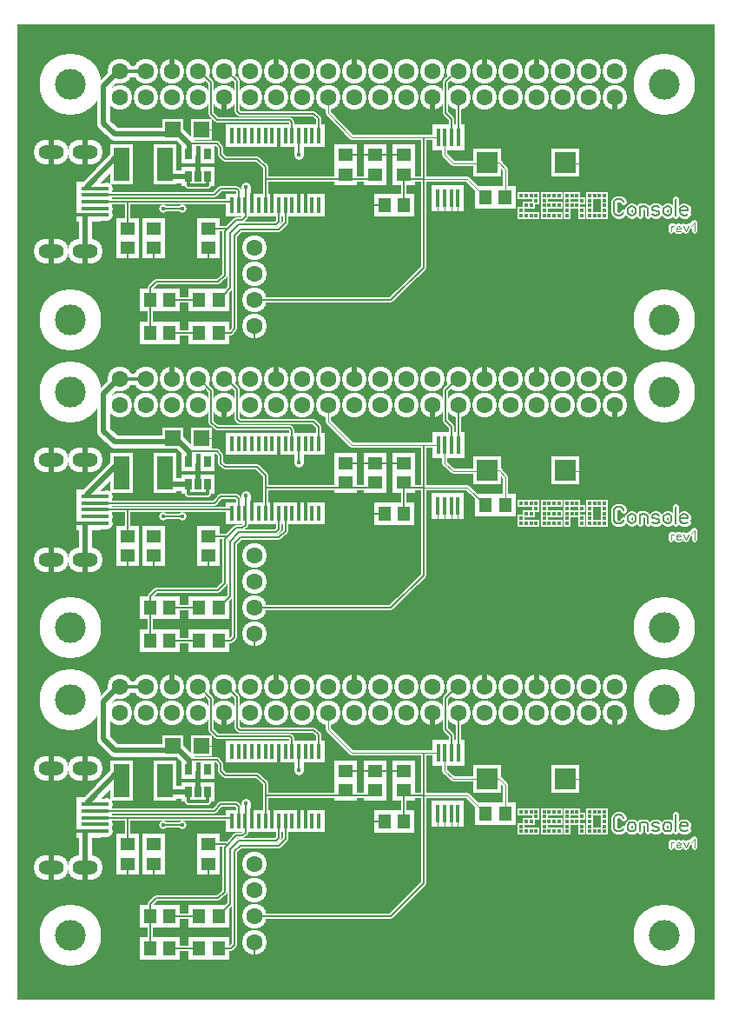
<source format=gbr>
%FSLAX34Y34*%
%MOMM*%
%LNCOPPER_TOP*%
G71*
G01*
%ADD10C, 6.00*%
%ADD11C, 2.40*%
%ADD12R, 2.35X1.40*%
%ADD13C, 0.50*%
%ADD14R, 1.22X2.12*%
%ADD15R, 1.45X1.86*%
%ADD16C, 0.30*%
%ADD17R, 2.30X4.00*%
%ADD18C, 1.20*%
%ADD19C, 0.80*%
%ADD20C, 1.10*%
%ADD21C, 0.95*%
%ADD22C, 1.30*%
%ADD23C, 0.70*%
%ADD24R, 1.22X2.58*%
%ADD25C, 0.55*%
%ADD26R, 2.10X2.20*%
%ADD27R, 2.20X2.10*%
%ADD28C, 0.15*%
%ADD29R, 2.80X2.80*%
%ADD30C, 0.10*%
%ADD31C, 0.60*%
%ADD32R, 0.70X0.70*%
%ADD33C, 0.51*%
%ADD34R, 2.00X2.00*%
%ADD35C, 0.53*%
%ADD36C, 3.00*%
%ADD37C, 1.60*%
%ADD38R, 1.35X0.40*%
%ADD39C, 1.40*%
%ADD40R, 0.42X1.32*%
%ADD41R, 0.65X1.06*%
%ADD42R, 1.50X3.20*%
%ADD43C, 0.40*%
%ADD44R, 0.42X1.78*%
%ADD45R, 1.30X1.40*%
%ADD46R, 1.40X1.30*%
%ADD47C, 0.20*%
%ADD48R, 0.30X0.30*%
%ADD49C, 0.11*%
%ADD50R, 1.60X1.60*%
%LPD*%
G36*
X0Y1000000D02*
X680000Y1000000D01*
X680000Y50000D01*
X0Y50000D01*
X0Y1000000D01*
G37*
%LPC*%
X51197Y941784D02*
G54D10*
D03*
X630634Y712391D02*
G54D10*
D03*
X51197Y712391D02*
G54D10*
D03*
X630634Y941784D02*
G54D10*
D03*
X582612Y954484D02*
G54D11*
D03*
X582611Y929081D02*
G54D11*
D03*
X557212Y954484D02*
G54D11*
D03*
X557212Y929084D02*
G54D11*
D03*
X531812Y954484D02*
G54D11*
D03*
X531812Y929084D02*
G54D11*
D03*
X506411Y954481D02*
G54D11*
D03*
X506412Y929084D02*
G54D11*
D03*
X481012Y954484D02*
G54D11*
D03*
X481012Y929084D02*
G54D11*
D03*
X455611Y954481D02*
G54D11*
D03*
X455612Y929084D02*
G54D11*
D03*
X430212Y954484D02*
G54D11*
D03*
X430212Y929084D02*
G54D11*
D03*
X404812Y954484D02*
G54D11*
D03*
X404811Y929081D02*
G54D11*
D03*
X379412Y954484D02*
G54D11*
D03*
X379412Y929084D02*
G54D11*
D03*
X354012Y954484D02*
G54D11*
D03*
X354012Y929084D02*
G54D11*
D03*
X328611Y954481D02*
G54D11*
D03*
X328612Y929084D02*
G54D11*
D03*
X303212Y954484D02*
G54D11*
D03*
X303212Y929084D02*
G54D11*
D03*
X277812Y954484D02*
G54D11*
D03*
X277812Y929084D02*
G54D11*
D03*
X252411Y954481D02*
G54D11*
D03*
X252412Y929084D02*
G54D11*
D03*
X227012Y954484D02*
G54D11*
D03*
X227012Y929084D02*
G54D11*
D03*
X201612Y954484D02*
G54D11*
D03*
X201611Y929081D02*
G54D11*
D03*
X176212Y954484D02*
G54D11*
D03*
X176212Y929084D02*
G54D11*
D03*
X150811Y954481D02*
G54D11*
D03*
X125412Y954484D02*
G54D11*
D03*
X100012Y954484D02*
G54D11*
D03*
X150812Y929084D02*
G54D11*
D03*
X125412Y929084D02*
G54D11*
D03*
X100012Y929084D02*
G54D11*
D03*
X69660Y840141D02*
G54D12*
D03*
X69660Y833641D02*
G54D12*
D03*
X69660Y827141D02*
G54D12*
D03*
X69660Y820641D02*
G54D12*
D03*
X69660Y814141D02*
G54D12*
D03*
X38307Y875462D02*
G54D11*
D03*
X37910Y875462D02*
G54D11*
D03*
X37513Y875462D02*
G54D11*
D03*
X37116Y875462D02*
G54D11*
D03*
X36719Y875462D02*
G54D11*
D03*
X36322Y875462D02*
G54D11*
D03*
X35926Y875462D02*
G54D11*
D03*
X35529Y875462D02*
G54D11*
D03*
X35132Y875462D02*
G54D11*
D03*
X34735Y875462D02*
G54D11*
D03*
X34338Y875462D02*
G54D11*
D03*
X33941Y875462D02*
G54D11*
D03*
X33544Y875462D02*
G54D11*
D03*
X33147Y875462D02*
G54D11*
D03*
X32750Y875462D02*
G54D11*
D03*
X32354Y875462D02*
G54D11*
D03*
X32354Y875462D02*
G54D11*
D03*
X31957Y875462D02*
G54D11*
D03*
X31560Y875462D02*
G54D11*
D03*
X31163Y875462D02*
G54D11*
D03*
X30766Y875462D02*
G54D11*
D03*
X30369Y875462D02*
G54D11*
D03*
X29972Y875462D02*
G54D11*
D03*
X29576Y875462D02*
G54D11*
D03*
X29179Y875462D02*
G54D11*
D03*
X28782Y875462D02*
G54D11*
D03*
X28385Y875462D02*
G54D11*
D03*
X27988Y875462D02*
G54D11*
D03*
X27591Y875462D02*
G54D11*
D03*
X71247Y778625D02*
G54D11*
D03*
X70850Y778625D02*
G54D11*
D03*
X70454Y778625D02*
G54D11*
D03*
X70057Y778625D02*
G54D11*
D03*
X69660Y778625D02*
G54D11*
D03*
X69263Y778625D02*
G54D11*
D03*
X68866Y778625D02*
G54D11*
D03*
X68469Y778625D02*
G54D11*
D03*
X68072Y778625D02*
G54D11*
D03*
X67676Y778625D02*
G54D11*
D03*
X67279Y778625D02*
G54D11*
D03*
X66882Y778625D02*
G54D11*
D03*
X66485Y778625D02*
G54D11*
D03*
X66088Y778625D02*
G54D11*
D03*
X65691Y778625D02*
G54D11*
D03*
X65294Y778625D02*
G54D11*
D03*
X65294Y778625D02*
G54D11*
D03*
X64897Y778625D02*
G54D11*
D03*
X64500Y778625D02*
G54D11*
D03*
X64104Y778625D02*
G54D11*
D03*
X63707Y778625D02*
G54D11*
D03*
X63310Y778625D02*
G54D11*
D03*
X62913Y778625D02*
G54D11*
D03*
X62516Y778625D02*
G54D11*
D03*
X62119Y778625D02*
G54D11*
D03*
X61722Y778625D02*
G54D11*
D03*
X61326Y778625D02*
G54D11*
D03*
X60929Y778625D02*
G54D11*
D03*
X60532Y778625D02*
G54D11*
D03*
X71247Y875462D02*
G54D11*
D03*
X70850Y875462D02*
G54D11*
D03*
X70454Y875462D02*
G54D11*
D03*
X70057Y875462D02*
G54D11*
D03*
X69660Y875462D02*
G54D11*
D03*
X69263Y875462D02*
G54D11*
D03*
X68866Y875462D02*
G54D11*
D03*
X68469Y875462D02*
G54D11*
D03*
X68072Y875462D02*
G54D11*
D03*
X67676Y875462D02*
G54D11*
D03*
X67279Y875462D02*
G54D11*
D03*
X66882Y875462D02*
G54D11*
D03*
X66485Y875462D02*
G54D11*
D03*
X66088Y875462D02*
G54D11*
D03*
X65691Y875462D02*
G54D11*
D03*
X65294Y875462D02*
G54D11*
D03*
X65294Y875462D02*
G54D11*
D03*
X64897Y875462D02*
G54D11*
D03*
X64500Y875462D02*
G54D11*
D03*
X64104Y875462D02*
G54D11*
D03*
X63707Y875462D02*
G54D11*
D03*
X63310Y875462D02*
G54D11*
D03*
X62913Y875462D02*
G54D11*
D03*
X62516Y875462D02*
G54D11*
D03*
X62119Y875462D02*
G54D11*
D03*
X61722Y875462D02*
G54D11*
D03*
X61326Y875462D02*
G54D11*
D03*
X60929Y875462D02*
G54D11*
D03*
X60532Y875462D02*
G54D11*
D03*
X38307Y778625D02*
G54D11*
D03*
X37910Y778625D02*
G54D11*
D03*
X37513Y778625D02*
G54D11*
D03*
X37116Y778625D02*
G54D11*
D03*
X36719Y778625D02*
G54D11*
D03*
X36322Y778625D02*
G54D11*
D03*
X35926Y778625D02*
G54D11*
D03*
X35529Y778625D02*
G54D11*
D03*
X35132Y778625D02*
G54D11*
D03*
X34735Y778625D02*
G54D11*
D03*
X34338Y778625D02*
G54D11*
D03*
X33941Y778625D02*
G54D11*
D03*
X33544Y778625D02*
G54D11*
D03*
X33147Y778625D02*
G54D11*
D03*
X32750Y778625D02*
G54D11*
D03*
X32354Y778625D02*
G54D11*
D03*
X32354Y778625D02*
G54D11*
D03*
X31957Y778625D02*
G54D11*
D03*
X31560Y778625D02*
G54D11*
D03*
X31163Y778625D02*
G54D11*
D03*
X30766Y778625D02*
G54D11*
D03*
X30369Y778625D02*
G54D11*
D03*
X29972Y778625D02*
G54D11*
D03*
X29576Y778625D02*
G54D11*
D03*
X29179Y778625D02*
G54D11*
D03*
X28782Y778625D02*
G54D11*
D03*
X28385Y778625D02*
G54D11*
D03*
X27988Y778625D02*
G54D11*
D03*
X27591Y778625D02*
G54D11*
D03*
G54D13*
X33338Y887809D02*
X33338Y863600D01*
G54D13*
X65881Y887412D02*
X65881Y863600D01*
G54D13*
X32941Y766762D02*
X32941Y790575D01*
G54D13*
X65881Y790575D02*
X65881Y766762D01*
X293653Y823303D02*
G54D14*
D03*
X287153Y823303D02*
G54D14*
D03*
X280653Y823303D02*
G54D14*
D03*
X274153Y823303D02*
G54D14*
D03*
X267653Y823303D02*
G54D14*
D03*
X261153Y823303D02*
G54D14*
D03*
X254653Y823303D02*
G54D14*
D03*
X248153Y823303D02*
G54D14*
D03*
X241653Y823303D02*
G54D14*
D03*
X235153Y823303D02*
G54D14*
D03*
X228653Y823303D02*
G54D14*
D03*
X222153Y823303D02*
G54D14*
D03*
X215653Y823303D02*
G54D14*
D03*
X209153Y823303D02*
G54D14*
D03*
X293653Y892175D02*
G54D14*
D03*
X287153Y892175D02*
G54D14*
D03*
X280653Y892175D02*
G54D14*
D03*
X274153Y892175D02*
G54D14*
D03*
X267653Y892175D02*
G54D14*
D03*
X261153Y892175D02*
G54D14*
D03*
X254653Y892175D02*
G54D14*
D03*
X248153Y892175D02*
G54D14*
D03*
X241653Y892175D02*
G54D14*
D03*
X235153Y892175D02*
G54D14*
D03*
X228653Y892175D02*
G54D14*
D03*
X222153Y892175D02*
G54D14*
D03*
X215653Y892175D02*
G54D14*
D03*
X209153Y892175D02*
G54D14*
D03*
X293653Y891381D02*
G54D14*
D03*
X287153Y891381D02*
G54D14*
D03*
X280653Y891381D02*
G54D14*
D03*
X274153Y891381D02*
G54D14*
D03*
X267653Y891381D02*
G54D14*
D03*
X261153Y891381D02*
G54D14*
D03*
X254653Y891381D02*
G54D14*
D03*
X248153Y891381D02*
G54D14*
D03*
X241653Y891381D02*
G54D14*
D03*
X235153Y891381D02*
G54D14*
D03*
X228653Y891381D02*
G54D14*
D03*
X222153Y891381D02*
G54D14*
D03*
X215653Y891381D02*
G54D14*
D03*
X209153Y891381D02*
G54D14*
D03*
X293653Y824097D02*
G54D14*
D03*
X287153Y824097D02*
G54D14*
D03*
X280653Y824097D02*
G54D14*
D03*
X274153Y824097D02*
G54D14*
D03*
X267653Y824097D02*
G54D14*
D03*
X261153Y824097D02*
G54D14*
D03*
X254653Y824097D02*
G54D14*
D03*
X248153Y824097D02*
G54D14*
D03*
X241653Y824097D02*
G54D14*
D03*
X235153Y824097D02*
G54D14*
D03*
X228653Y824097D02*
G54D14*
D03*
X222153Y824097D02*
G54D14*
D03*
X215653Y824097D02*
G54D14*
D03*
X209153Y824097D02*
G54D14*
D03*
X293653Y824494D02*
G54D14*
D03*
X287153Y824494D02*
G54D14*
D03*
X280653Y824494D02*
G54D14*
D03*
X274153Y824494D02*
G54D14*
D03*
X267653Y824494D02*
G54D14*
D03*
X261153Y824494D02*
G54D14*
D03*
X254653Y824494D02*
G54D14*
D03*
X248153Y824494D02*
G54D14*
D03*
X241653Y824494D02*
G54D14*
D03*
X235153Y824494D02*
G54D14*
D03*
X228653Y824494D02*
G54D14*
D03*
X222153Y824494D02*
G54D14*
D03*
X215653Y824494D02*
G54D14*
D03*
X209153Y824494D02*
G54D14*
D03*
X293653Y890984D02*
G54D14*
D03*
X287153Y890984D02*
G54D14*
D03*
X280653Y890984D02*
G54D14*
D03*
X274153Y890984D02*
G54D14*
D03*
X267653Y890984D02*
G54D14*
D03*
X261153Y890984D02*
G54D14*
D03*
X254653Y890984D02*
G54D14*
D03*
X248153Y890984D02*
G54D14*
D03*
X241653Y890984D02*
G54D14*
D03*
X235153Y890984D02*
G54D14*
D03*
X228653Y890984D02*
G54D14*
D03*
X222153Y890984D02*
G54D14*
D03*
X215653Y890984D02*
G54D14*
D03*
X209153Y890984D02*
G54D14*
D03*
X166688Y874117D02*
G54D15*
D03*
X185738Y874117D02*
G54D15*
D03*
X166688Y852091D02*
G54D15*
D03*
X176212Y852091D02*
G54D15*
D03*
X185738Y852091D02*
G54D15*
D03*
G54D16*
X254595Y884436D02*
X254595Y880467D01*
G54D16*
X228600Y831056D02*
X228600Y835025D01*
G54D16*
X274241Y831056D02*
X274241Y835025D01*
G54D16*
X280789Y831056D02*
X280789Y835025D01*
G54D16*
X248245Y831056D02*
X248245Y835025D01*
G54D16*
X62905Y814189D02*
X57944Y814189D01*
X143669Y863203D02*
G54D17*
D03*
X101600Y863203D02*
G54D17*
D03*
X87114Y833636D02*
G54D18*
D03*
X87114Y827088D02*
G54D18*
D03*
X274241Y873323D02*
G54D19*
D03*
X222250Y841375D02*
G54D19*
D03*
X87114Y840184D02*
G54D18*
D03*
X87114Y820738D02*
G54D18*
D03*
X87114Y814189D02*
G54D18*
D03*
G54D20*
X87114Y840184D02*
X76200Y840184D01*
G54D20*
X87114Y833636D02*
X76398Y833636D01*
G54D20*
X87114Y827088D02*
X76398Y827088D01*
G54D20*
X87114Y820738D02*
X76398Y820738D01*
G54D20*
X87114Y814189D02*
X76398Y814189D01*
G54D21*
X274241Y873323D02*
X274241Y884238D01*
G54D21*
X222250Y841375D02*
X222250Y830659D01*
G54D22*
X65881Y790575D02*
X65881Y812403D01*
G54D22*
X101600Y875903D02*
X67469Y841772D01*
G54D22*
X166688Y852091D02*
X151606Y852091D01*
G54D13*
X176212Y857448D02*
X176212Y861616D01*
G54D23*
X166688Y846931D02*
X166688Y842962D01*
X185738Y842962D01*
X185738Y846931D01*
G54D20*
X125412Y954484D02*
X100012Y954484D01*
G54D22*
X100012Y954484D02*
X98425Y954484D01*
X84138Y940197D01*
X84138Y903684D01*
X94456Y893366D01*
X157162Y893366D01*
X167481Y883047D01*
X167481Y874911D01*
X166688Y874117D01*
X410369Y890191D02*
G54D24*
D03*
X416869Y890191D02*
G54D24*
D03*
X409972Y830844D02*
G54D24*
D03*
X416472Y830844D02*
G54D24*
D03*
X422972Y830844D02*
G54D24*
D03*
X429472Y830844D02*
G54D24*
D03*
X423369Y890191D02*
G54D24*
D03*
X429869Y890191D02*
G54D24*
D03*
G54D25*
X167481Y883841D02*
X194469Y883841D01*
X198438Y879872D01*
X198438Y872728D01*
X202406Y868759D01*
X233759Y868759D01*
X241697Y860822D01*
X241697Y829866D01*
G54D25*
X87114Y833636D02*
X191889Y833636D01*
X198438Y840184D01*
X213122Y840184D01*
X215503Y837803D01*
X215503Y829469D01*
G54D25*
X87114Y827088D02*
X209550Y827088D01*
G54D25*
X176212Y954484D02*
X177403Y954484D01*
X188912Y942975D01*
X188912Y912416D01*
X194469Y906859D01*
X265509Y906859D01*
X267891Y904478D01*
X267891Y896144D01*
G54D25*
X201612Y954484D02*
X204391Y954484D01*
X214312Y944562D01*
X214312Y915194D01*
X216694Y912812D01*
X288925Y912812D01*
X293688Y908050D01*
X293688Y896938D01*
X196056Y731441D02*
G54D26*
D03*
X177056Y731441D02*
G54D26*
D03*
X196056Y699691D02*
G54D26*
D03*
X177056Y699691D02*
G54D26*
D03*
X148431Y699691D02*
G54D26*
D03*
X129431Y699691D02*
G54D26*
D03*
X148431Y731441D02*
G54D26*
D03*
X129431Y731441D02*
G54D26*
D03*
G54D25*
X261144Y819150D02*
X261144Y806450D01*
X254794Y800100D01*
X217488Y800100D01*
X211931Y794544D01*
X211931Y703262D01*
X208359Y699691D01*
X196056Y699691D01*
G54D25*
X254794Y817959D02*
X254794Y807641D01*
X252412Y805259D01*
X215900Y805259D01*
X207169Y796528D01*
X207169Y742950D01*
X201216Y736997D01*
G54D25*
X148431Y731441D02*
X177056Y731441D01*
G54D25*
X148431Y699691D02*
X177056Y699691D01*
G54D25*
X129431Y699691D02*
X129431Y731441D01*
G54D25*
X222250Y817562D02*
X222250Y812403D01*
X219472Y809625D01*
X213122Y809625D01*
X202009Y798512D01*
G54D25*
X129431Y731441D02*
X129431Y743000D01*
X135334Y748903D01*
X195659Y748903D01*
X202009Y755253D01*
X202009Y798512D01*
X142081Y820341D02*
G54D19*
D03*
X161131Y820341D02*
G54D19*
D03*
G54D25*
X142081Y820341D02*
X161131Y820341D01*
X319856Y872703D02*
G54D27*
D03*
X319856Y853703D02*
G54D27*
D03*
X348431Y872703D02*
G54D27*
D03*
X348431Y853703D02*
G54D27*
D03*
G54D25*
X348431Y848941D02*
X242119Y848941D01*
X242094Y848916D01*
G54D28*
X319856Y872703D02*
X377006Y872703D01*
X377006Y872703D02*
G54D27*
D03*
X377006Y853703D02*
G54D27*
D03*
X456407Y831454D02*
G54D26*
D03*
G36*
X464907Y842454D02*
X485907Y842454D01*
X485907Y820454D01*
X464907Y820454D01*
X464907Y842454D01*
G37*
G54D25*
X430212Y929084D02*
X430212Y890534D01*
X429869Y890191D01*
G54D25*
X430212Y954484D02*
X428228Y954484D01*
X417512Y943769D01*
X417512Y913606D01*
X423466Y907653D01*
X423466Y897334D01*
G54D25*
X230981Y731441D02*
X364331Y731441D01*
X396081Y763191D01*
X396056Y889769D01*
G54D25*
X377006Y848941D02*
X396056Y848941D01*
X396081Y848916D01*
X230981Y782241D02*
G54D11*
D03*
X230981Y756841D02*
G54D11*
D03*
X230981Y731441D02*
G54D11*
D03*
X230981Y706041D02*
G54D11*
D03*
G54D28*
X230981Y706041D02*
X230981Y691356D01*
X534591Y865188D02*
G54D29*
D03*
X458391Y865188D02*
G54D29*
D03*
G54D13*
X303212Y929084D02*
X303212Y913209D01*
X326231Y890191D01*
X410369Y890191D01*
G54D13*
X416719Y883841D02*
X416719Y872728D01*
X424656Y864791D01*
X457994Y864791D01*
X458391Y865188D01*
G54D13*
X458391Y865188D02*
X469503Y865188D01*
X475853Y858838D01*
X475853Y831900D01*
X475407Y831454D01*
G54D13*
X396056Y848941D02*
X438920Y848941D01*
X456407Y831454D01*
G54D30*
X551656Y864791D02*
X534988Y864791D01*
X534591Y865188D01*
G54D30*
X409972Y823119D02*
X409972Y817166D01*
G54D30*
X416322Y823119D02*
X416322Y817166D01*
G54D30*
X423069Y823119D02*
X423069Y817166D01*
G54D30*
X429419Y823516D02*
X429419Y817166D01*
X186556Y782266D02*
G54D27*
D03*
X186556Y801266D02*
G54D27*
D03*
G54D25*
X186556Y801266D02*
X203969Y801266D01*
X203994Y801291D01*
G54D28*
X186556Y782266D02*
X186556Y769566D01*
X186531Y769541D01*
X132581Y782266D02*
G54D27*
D03*
X132581Y801266D02*
G54D27*
D03*
X107181Y782266D02*
G54D27*
D03*
X107181Y801266D02*
G54D27*
D03*
X132581Y801266D02*
G54D19*
D03*
G54D25*
X107181Y801266D02*
X107181Y826666D01*
X107156Y826691D01*
G54D28*
X132581Y782266D02*
X132581Y769566D01*
X132556Y769541D01*
G54D28*
X107181Y782266D02*
X107181Y769566D01*
X107156Y769541D01*
G54D31*
X591022Y816991D02*
X589822Y814991D01*
X587422Y813991D01*
X585022Y813991D01*
X582622Y814991D01*
X581422Y816991D01*
X581422Y826991D01*
X582622Y828991D01*
X585022Y829991D01*
X587422Y829991D01*
X589822Y828991D01*
X591022Y826991D01*
G54D31*
X602622Y816391D02*
X602622Y820391D01*
X601422Y822391D01*
X599022Y822991D01*
X596622Y822391D01*
X595422Y820391D01*
X595422Y816391D01*
X596622Y814391D01*
X599022Y813991D01*
X601422Y814391D01*
X602622Y816391D01*
G54D31*
X607022Y813991D02*
X607022Y822991D01*
G54D31*
X607022Y820991D02*
X608222Y822391D01*
X610622Y822991D01*
X613022Y822391D01*
X614222Y820991D01*
X614222Y813991D01*
G54D31*
X618622Y814991D02*
X621022Y813991D01*
X623422Y813991D01*
X625822Y814991D01*
X625822Y816991D01*
X624622Y817991D01*
X619822Y818991D01*
X618622Y819991D01*
X618622Y821991D01*
X621022Y822991D01*
X623422Y822991D01*
X625822Y821991D01*
G54D31*
X637422Y816391D02*
X637422Y820391D01*
X636222Y822391D01*
X633822Y822991D01*
X631422Y822391D01*
X630222Y820391D01*
X630222Y816391D01*
X631422Y814391D01*
X633822Y813991D01*
X636222Y814391D01*
X637422Y816391D01*
G54D31*
X641822Y813991D02*
X641822Y829991D01*
G54D31*
X653422Y814991D02*
X651502Y813991D01*
X649102Y813991D01*
X646702Y814991D01*
X646222Y816991D01*
X646222Y820391D01*
X647422Y822391D01*
X649822Y822991D01*
X652222Y822391D01*
X653422Y820991D01*
X653422Y818991D01*
X646222Y818991D01*
X491331Y833041D02*
G54D32*
D03*
X500856Y833041D02*
G54D32*
D03*
X505619Y833041D02*
G54D32*
D03*
X505619Y828278D02*
G54D32*
D03*
X500856Y823516D02*
G54D32*
D03*
X491331Y818753D02*
G54D32*
D03*
X491331Y813991D02*
G54D32*
D03*
X500856Y813991D02*
G54D32*
D03*
X505619Y813991D02*
G54D32*
D03*
X513556Y813991D02*
G54D32*
D03*
X513556Y818753D02*
G54D32*
D03*
X513556Y823516D02*
G54D32*
D03*
X513556Y828278D02*
G54D32*
D03*
X513556Y833041D02*
G54D32*
D03*
X518319Y833041D02*
G54D32*
D03*
X523081Y833041D02*
G54D32*
D03*
X518319Y823516D02*
G54D32*
D03*
X523081Y823516D02*
G54D32*
D03*
X518319Y813991D02*
G54D32*
D03*
X523081Y813991D02*
G54D32*
D03*
X535781Y833041D02*
G54D32*
D03*
X535781Y828278D02*
G54D32*
D03*
X535781Y823516D02*
G54D32*
D03*
X535781Y818753D02*
G54D32*
D03*
X535781Y813991D02*
G54D32*
D03*
X540544Y833041D02*
G54D32*
D03*
X540544Y823516D02*
G54D32*
D03*
X550069Y828278D02*
G54D32*
D03*
X550069Y818753D02*
G54D32*
D03*
X550069Y813991D02*
G54D32*
D03*
X558006Y828278D02*
G54D32*
D03*
X558006Y823516D02*
G54D32*
D03*
X558006Y818753D02*
G54D32*
D03*
X562769Y813991D02*
G54D32*
D03*
X567531Y813991D02*
G54D32*
D03*
X572294Y818753D02*
G54D32*
D03*
X572294Y823516D02*
G54D32*
D03*
X572294Y828278D02*
G54D32*
D03*
X562769Y833041D02*
G54D32*
D03*
X567531Y833041D02*
G54D32*
D03*
G54D33*
X637381Y798116D02*
X637381Y803116D01*
G54D33*
X637381Y802005D02*
X638715Y803116D01*
X640048Y803116D01*
G54D33*
X646492Y798671D02*
X645426Y798116D01*
X644092Y798116D01*
X642759Y798671D01*
X642492Y799782D01*
X642492Y801671D01*
X643159Y802782D01*
X644492Y803116D01*
X645826Y802782D01*
X646492Y802005D01*
X646492Y800893D01*
X642492Y800893D01*
G54D33*
X648936Y803116D02*
X651603Y798116D01*
X654270Y803116D01*
G54D33*
X656713Y803671D02*
X660047Y807005D01*
X660047Y798116D01*
X151606Y897334D02*
G54D34*
D03*
X179606Y897334D02*
G54D34*
D03*
G54D30*
X179606Y897334D02*
X192881Y897334D01*
X558006Y833041D02*
G54D32*
D03*
X572294Y833041D02*
G54D32*
D03*
X572294Y813991D02*
G54D32*
D03*
X558006Y813991D02*
G54D32*
D03*
X496094Y833041D02*
G54D32*
D03*
X496094Y823516D02*
G54D32*
D03*
X496094Y813991D02*
G54D32*
D03*
X527844Y833041D02*
G54D32*
D03*
X527844Y823516D02*
G54D32*
D03*
X527844Y813991D02*
G54D32*
D03*
X545306Y833041D02*
G54D32*
D03*
X545306Y823516D02*
G54D32*
D03*
G54D25*
X377031Y823516D02*
X377031Y852091D01*
G54D28*
X357981Y823516D02*
X345281Y823516D01*
X357981Y823516D02*
G54D26*
D03*
X376981Y823516D02*
G54D26*
D03*
X51197Y641747D02*
G54D10*
D03*
X630634Y412353D02*
G54D10*
D03*
X51197Y412353D02*
G54D10*
D03*
X630634Y641747D02*
G54D10*
D03*
X582612Y654447D02*
G54D11*
D03*
X582611Y629043D02*
G54D11*
D03*
X557212Y654447D02*
G54D11*
D03*
X557212Y629047D02*
G54D11*
D03*
X531812Y654447D02*
G54D11*
D03*
X531812Y629047D02*
G54D11*
D03*
X506411Y654443D02*
G54D11*
D03*
X506412Y629047D02*
G54D11*
D03*
X481012Y654447D02*
G54D11*
D03*
X481012Y629047D02*
G54D11*
D03*
X455611Y654443D02*
G54D11*
D03*
X455612Y629047D02*
G54D11*
D03*
X430212Y654447D02*
G54D11*
D03*
X430212Y629047D02*
G54D11*
D03*
X404812Y654447D02*
G54D11*
D03*
X404811Y629043D02*
G54D11*
D03*
X379412Y654447D02*
G54D11*
D03*
X379412Y629047D02*
G54D11*
D03*
X354012Y654447D02*
G54D11*
D03*
X354012Y629047D02*
G54D11*
D03*
X328611Y654443D02*
G54D11*
D03*
X328612Y629047D02*
G54D11*
D03*
X303212Y654447D02*
G54D11*
D03*
X303212Y629047D02*
G54D11*
D03*
X277812Y654447D02*
G54D11*
D03*
X277812Y629047D02*
G54D11*
D03*
X252411Y654443D02*
G54D11*
D03*
X252412Y629047D02*
G54D11*
D03*
X227012Y654447D02*
G54D11*
D03*
X227012Y629047D02*
G54D11*
D03*
X201612Y654447D02*
G54D11*
D03*
X201611Y629043D02*
G54D11*
D03*
X176212Y654447D02*
G54D11*
D03*
X176212Y629047D02*
G54D11*
D03*
X150811Y654443D02*
G54D11*
D03*
X125412Y654447D02*
G54D11*
D03*
X100012Y654447D02*
G54D11*
D03*
X150812Y629047D02*
G54D11*
D03*
X125412Y629047D02*
G54D11*
D03*
X100012Y629047D02*
G54D11*
D03*
X69660Y540103D02*
G54D12*
D03*
X69660Y533603D02*
G54D12*
D03*
X69660Y527103D02*
G54D12*
D03*
X69660Y520603D02*
G54D12*
D03*
X69660Y514103D02*
G54D12*
D03*
X38307Y575425D02*
G54D11*
D03*
X37910Y575425D02*
G54D11*
D03*
X37513Y575425D02*
G54D11*
D03*
X37116Y575425D02*
G54D11*
D03*
X36719Y575425D02*
G54D11*
D03*
X36322Y575425D02*
G54D11*
D03*
X35926Y575425D02*
G54D11*
D03*
X35529Y575425D02*
G54D11*
D03*
X35132Y575425D02*
G54D11*
D03*
X34735Y575425D02*
G54D11*
D03*
X34338Y575425D02*
G54D11*
D03*
X33941Y575425D02*
G54D11*
D03*
X33544Y575425D02*
G54D11*
D03*
X33147Y575425D02*
G54D11*
D03*
X32750Y575425D02*
G54D11*
D03*
X32354Y575425D02*
G54D11*
D03*
X32354Y575425D02*
G54D11*
D03*
X31957Y575425D02*
G54D11*
D03*
X31560Y575425D02*
G54D11*
D03*
X31163Y575425D02*
G54D11*
D03*
X30766Y575425D02*
G54D11*
D03*
X30369Y575425D02*
G54D11*
D03*
X29972Y575425D02*
G54D11*
D03*
X29576Y575425D02*
G54D11*
D03*
X29179Y575425D02*
G54D11*
D03*
X28782Y575425D02*
G54D11*
D03*
X28385Y575425D02*
G54D11*
D03*
X27988Y575425D02*
G54D11*
D03*
X27591Y575425D02*
G54D11*
D03*
X71247Y478588D02*
G54D11*
D03*
X70850Y478588D02*
G54D11*
D03*
X70454Y478588D02*
G54D11*
D03*
X70057Y478588D02*
G54D11*
D03*
X69660Y478588D02*
G54D11*
D03*
X69263Y478588D02*
G54D11*
D03*
X68866Y478588D02*
G54D11*
D03*
X68469Y478588D02*
G54D11*
D03*
X68072Y478588D02*
G54D11*
D03*
X67676Y478588D02*
G54D11*
D03*
X67279Y478588D02*
G54D11*
D03*
X66882Y478588D02*
G54D11*
D03*
X66485Y478588D02*
G54D11*
D03*
X66088Y478588D02*
G54D11*
D03*
X65691Y478588D02*
G54D11*
D03*
X65294Y478588D02*
G54D11*
D03*
X65294Y478588D02*
G54D11*
D03*
X64897Y478588D02*
G54D11*
D03*
X64500Y478588D02*
G54D11*
D03*
X64104Y478588D02*
G54D11*
D03*
X63707Y478588D02*
G54D11*
D03*
X63310Y478588D02*
G54D11*
D03*
X62913Y478588D02*
G54D11*
D03*
X62516Y478588D02*
G54D11*
D03*
X62119Y478588D02*
G54D11*
D03*
X61722Y478588D02*
G54D11*
D03*
X61326Y478588D02*
G54D11*
D03*
X60929Y478588D02*
G54D11*
D03*
X60532Y478588D02*
G54D11*
D03*
X71247Y575425D02*
G54D11*
D03*
X70850Y575425D02*
G54D11*
D03*
X70454Y575425D02*
G54D11*
D03*
X70057Y575425D02*
G54D11*
D03*
X69660Y575425D02*
G54D11*
D03*
X69263Y575425D02*
G54D11*
D03*
X68866Y575425D02*
G54D11*
D03*
X68469Y575425D02*
G54D11*
D03*
X68072Y575425D02*
G54D11*
D03*
X67676Y575425D02*
G54D11*
D03*
X67279Y575425D02*
G54D11*
D03*
X66882Y575425D02*
G54D11*
D03*
X66485Y575425D02*
G54D11*
D03*
X66088Y575425D02*
G54D11*
D03*
X65691Y575425D02*
G54D11*
D03*
X65294Y575425D02*
G54D11*
D03*
X65294Y575425D02*
G54D11*
D03*
X64897Y575425D02*
G54D11*
D03*
X64500Y575425D02*
G54D11*
D03*
X64104Y575425D02*
G54D11*
D03*
X63707Y575425D02*
G54D11*
D03*
X63310Y575425D02*
G54D11*
D03*
X62913Y575425D02*
G54D11*
D03*
X62516Y575425D02*
G54D11*
D03*
X62119Y575425D02*
G54D11*
D03*
X61722Y575425D02*
G54D11*
D03*
X61326Y575425D02*
G54D11*
D03*
X60929Y575425D02*
G54D11*
D03*
X60532Y575425D02*
G54D11*
D03*
X38307Y478588D02*
G54D11*
D03*
X37910Y478588D02*
G54D11*
D03*
X37513Y478588D02*
G54D11*
D03*
X37116Y478588D02*
G54D11*
D03*
X36719Y478588D02*
G54D11*
D03*
X36322Y478588D02*
G54D11*
D03*
X35926Y478588D02*
G54D11*
D03*
X35529Y478588D02*
G54D11*
D03*
X35132Y478588D02*
G54D11*
D03*
X34735Y478588D02*
G54D11*
D03*
X34338Y478588D02*
G54D11*
D03*
X33941Y478588D02*
G54D11*
D03*
X33544Y478588D02*
G54D11*
D03*
X33147Y478588D02*
G54D11*
D03*
X32750Y478588D02*
G54D11*
D03*
X32354Y478588D02*
G54D11*
D03*
X32354Y478588D02*
G54D11*
D03*
X31957Y478588D02*
G54D11*
D03*
X31560Y478588D02*
G54D11*
D03*
X31163Y478588D02*
G54D11*
D03*
X30766Y478588D02*
G54D11*
D03*
X30369Y478588D02*
G54D11*
D03*
X29972Y478588D02*
G54D11*
D03*
X29576Y478588D02*
G54D11*
D03*
X29179Y478588D02*
G54D11*
D03*
X28782Y478588D02*
G54D11*
D03*
X28385Y478588D02*
G54D11*
D03*
X27988Y478588D02*
G54D11*
D03*
X27591Y478588D02*
G54D11*
D03*
G54D13*
X33338Y587772D02*
X33338Y563562D01*
G54D13*
X65881Y587375D02*
X65881Y563562D01*
G54D13*
X32941Y466725D02*
X32941Y490538D01*
G54D13*
X65881Y490538D02*
X65881Y466725D01*
X293653Y523266D02*
G54D14*
D03*
X287153Y523266D02*
G54D14*
D03*
X280653Y523266D02*
G54D14*
D03*
X274153Y523266D02*
G54D14*
D03*
X267653Y523266D02*
G54D14*
D03*
X261153Y523266D02*
G54D14*
D03*
X254653Y523266D02*
G54D14*
D03*
X248153Y523266D02*
G54D14*
D03*
X241653Y523266D02*
G54D14*
D03*
X235153Y523266D02*
G54D14*
D03*
X228653Y523266D02*
G54D14*
D03*
X222153Y523266D02*
G54D14*
D03*
X215653Y523266D02*
G54D14*
D03*
X209153Y523266D02*
G54D14*
D03*
X293653Y592137D02*
G54D14*
D03*
X287153Y592137D02*
G54D14*
D03*
X280653Y592137D02*
G54D14*
D03*
X274153Y592137D02*
G54D14*
D03*
X267653Y592137D02*
G54D14*
D03*
X261153Y592137D02*
G54D14*
D03*
X254653Y592137D02*
G54D14*
D03*
X248153Y592137D02*
G54D14*
D03*
X241653Y592137D02*
G54D14*
D03*
X235153Y592137D02*
G54D14*
D03*
X228653Y592137D02*
G54D14*
D03*
X222153Y592137D02*
G54D14*
D03*
X215653Y592137D02*
G54D14*
D03*
X209153Y592137D02*
G54D14*
D03*
X293653Y591344D02*
G54D14*
D03*
X287153Y591344D02*
G54D14*
D03*
X280653Y591344D02*
G54D14*
D03*
X274153Y591344D02*
G54D14*
D03*
X267653Y591344D02*
G54D14*
D03*
X261153Y591344D02*
G54D14*
D03*
X254653Y591344D02*
G54D14*
D03*
X248153Y591344D02*
G54D14*
D03*
X241653Y591344D02*
G54D14*
D03*
X235153Y591344D02*
G54D14*
D03*
X228653Y591344D02*
G54D14*
D03*
X222153Y591344D02*
G54D14*
D03*
X215653Y591344D02*
G54D14*
D03*
X209153Y591344D02*
G54D14*
D03*
X293653Y524059D02*
G54D14*
D03*
X287153Y524059D02*
G54D14*
D03*
X280653Y524059D02*
G54D14*
D03*
X274153Y524059D02*
G54D14*
D03*
X267653Y524059D02*
G54D14*
D03*
X261153Y524059D02*
G54D14*
D03*
X254653Y524059D02*
G54D14*
D03*
X248153Y524059D02*
G54D14*
D03*
X241653Y524059D02*
G54D14*
D03*
X235153Y524059D02*
G54D14*
D03*
X228653Y524059D02*
G54D14*
D03*
X222153Y524059D02*
G54D14*
D03*
X215653Y524059D02*
G54D14*
D03*
X209153Y524059D02*
G54D14*
D03*
X293653Y524456D02*
G54D14*
D03*
X287153Y524456D02*
G54D14*
D03*
X280653Y524456D02*
G54D14*
D03*
X274153Y524456D02*
G54D14*
D03*
X267653Y524456D02*
G54D14*
D03*
X261153Y524456D02*
G54D14*
D03*
X254653Y524456D02*
G54D14*
D03*
X248153Y524456D02*
G54D14*
D03*
X241653Y524456D02*
G54D14*
D03*
X235153Y524456D02*
G54D14*
D03*
X228653Y524456D02*
G54D14*
D03*
X222153Y524456D02*
G54D14*
D03*
X215653Y524456D02*
G54D14*
D03*
X209153Y524456D02*
G54D14*
D03*
X293653Y590947D02*
G54D14*
D03*
X287153Y590947D02*
G54D14*
D03*
X280653Y590947D02*
G54D14*
D03*
X274153Y590947D02*
G54D14*
D03*
X267653Y590947D02*
G54D14*
D03*
X261153Y590947D02*
G54D14*
D03*
X254653Y590947D02*
G54D14*
D03*
X248153Y590947D02*
G54D14*
D03*
X241653Y590947D02*
G54D14*
D03*
X235153Y590947D02*
G54D14*
D03*
X228653Y590947D02*
G54D14*
D03*
X222153Y590947D02*
G54D14*
D03*
X215653Y590947D02*
G54D14*
D03*
X209153Y590947D02*
G54D14*
D03*
X166688Y574080D02*
G54D15*
D03*
X185738Y574080D02*
G54D15*
D03*
X166688Y552053D02*
G54D15*
D03*
X176212Y552053D02*
G54D15*
D03*
X185738Y552053D02*
G54D15*
D03*
G54D16*
X254595Y584398D02*
X254595Y580430D01*
G54D16*
X228600Y531019D02*
X228600Y534988D01*
G54D16*
X274241Y531019D02*
X274241Y534988D01*
G54D16*
X280789Y531019D02*
X280789Y534988D01*
G54D16*
X248245Y531019D02*
X248245Y534988D01*
G54D16*
X62905Y514152D02*
X57944Y514152D01*
X143669Y563166D02*
G54D17*
D03*
X101600Y563166D02*
G54D17*
D03*
X87114Y533598D02*
G54D18*
D03*
X87114Y527050D02*
G54D18*
D03*
X274241Y573286D02*
G54D19*
D03*
X222250Y541338D02*
G54D19*
D03*
X87114Y540147D02*
G54D18*
D03*
X87114Y520700D02*
G54D18*
D03*
X87114Y514152D02*
G54D18*
D03*
G54D20*
X87114Y540147D02*
X76200Y540147D01*
G54D20*
X87114Y533598D02*
X76398Y533598D01*
G54D20*
X87114Y527050D02*
X76398Y527050D01*
G54D20*
X87114Y520700D02*
X76398Y520700D01*
G54D20*
X87114Y514152D02*
X76398Y514152D01*
G54D21*
X274241Y573286D02*
X274241Y584200D01*
G54D21*
X222250Y541338D02*
X222250Y530622D01*
G54D22*
X65881Y490538D02*
X65881Y512366D01*
G54D22*
X101600Y575866D02*
X67469Y541734D01*
G54D22*
X166688Y552053D02*
X151606Y552053D01*
G54D13*
X176212Y557411D02*
X176212Y561578D01*
G54D23*
X166688Y546894D02*
X166688Y542925D01*
X185738Y542925D01*
X185738Y546894D01*
G54D20*
X125412Y654447D02*
X100012Y654447D01*
G54D22*
X100012Y654447D02*
X98425Y654447D01*
X84138Y640159D01*
X84138Y603647D01*
X94456Y593328D01*
X157162Y593328D01*
X167481Y583009D01*
X167481Y574873D01*
X166688Y574080D01*
X410369Y590153D02*
G54D24*
D03*
X416869Y590153D02*
G54D24*
D03*
X409972Y530806D02*
G54D24*
D03*
X416472Y530806D02*
G54D24*
D03*
X422972Y530806D02*
G54D24*
D03*
X429472Y530806D02*
G54D24*
D03*
X423369Y590153D02*
G54D24*
D03*
X429869Y590153D02*
G54D24*
D03*
G54D25*
X167481Y583803D02*
X194469Y583803D01*
X198438Y579834D01*
X198438Y572691D01*
X202406Y568722D01*
X233759Y568722D01*
X241697Y560784D01*
X241697Y529828D01*
G54D25*
X87114Y533598D02*
X191889Y533598D01*
X198438Y540147D01*
X213122Y540147D01*
X215503Y537766D01*
X215503Y529431D01*
G54D25*
X87114Y527050D02*
X209550Y527050D01*
G54D25*
X176212Y654447D02*
X177403Y654447D01*
X188912Y642938D01*
X188912Y612378D01*
X194469Y606822D01*
X265509Y606822D01*
X267891Y604441D01*
X267891Y596106D01*
G54D25*
X201612Y654447D02*
X204391Y654447D01*
X214312Y644525D01*
X214312Y615156D01*
X216694Y612775D01*
X288925Y612775D01*
X293688Y608012D01*
X293688Y596900D01*
X196056Y431403D02*
G54D26*
D03*
X177056Y431403D02*
G54D26*
D03*
X196056Y399653D02*
G54D26*
D03*
X177056Y399653D02*
G54D26*
D03*
X148431Y399653D02*
G54D26*
D03*
X129431Y399653D02*
G54D26*
D03*
X148431Y431403D02*
G54D26*
D03*
X129431Y431403D02*
G54D26*
D03*
G54D25*
X261144Y519112D02*
X261144Y506412D01*
X254794Y500062D01*
X217488Y500062D01*
X211931Y494506D01*
X211931Y403225D01*
X208359Y399653D01*
X196056Y399653D01*
G54D25*
X254794Y517922D02*
X254794Y507603D01*
X252412Y505222D01*
X215900Y505222D01*
X207169Y496491D01*
X207169Y442912D01*
X201216Y436959D01*
G54D25*
X148431Y431403D02*
X177056Y431403D01*
G54D25*
X148431Y399653D02*
X177056Y399653D01*
G54D25*
X129431Y399653D02*
X129431Y431403D01*
G54D25*
X222250Y517525D02*
X222250Y512366D01*
X219472Y509588D01*
X213122Y509588D01*
X202009Y498475D01*
G54D25*
X129431Y431403D02*
X129431Y442962D01*
X135334Y448866D01*
X195659Y448866D01*
X202009Y455216D01*
X202009Y498475D01*
X142081Y520303D02*
G54D19*
D03*
X161131Y520303D02*
G54D19*
D03*
G54D25*
X142081Y520303D02*
X161131Y520303D01*
X319856Y572666D02*
G54D27*
D03*
X319856Y553666D02*
G54D27*
D03*
X348431Y572666D02*
G54D27*
D03*
X348431Y553666D02*
G54D27*
D03*
G54D25*
X348431Y548903D02*
X242119Y548903D01*
X242094Y548878D01*
G54D28*
X319856Y572666D02*
X377006Y572666D01*
X377006Y572666D02*
G54D27*
D03*
X377006Y553666D02*
G54D27*
D03*
X456407Y531416D02*
G54D26*
D03*
X475407Y531416D02*
G54D26*
D03*
G54D25*
X430212Y629047D02*
X430212Y590497D01*
X429869Y590153D01*
G54D25*
X430212Y654447D02*
X428228Y654447D01*
X417512Y643731D01*
X417512Y613569D01*
X423466Y607616D01*
X423466Y597297D01*
G54D25*
X230981Y431403D02*
X364331Y431403D01*
X396081Y463153D01*
X396056Y589731D01*
G54D25*
X377006Y548903D02*
X396056Y548903D01*
X396081Y548878D01*
X230981Y482203D02*
G54D11*
D03*
X230981Y456803D02*
G54D11*
D03*
X230981Y431403D02*
G54D11*
D03*
X230981Y406003D02*
G54D11*
D03*
G54D28*
X230981Y406003D02*
X230981Y391319D01*
X534591Y565150D02*
G54D29*
D03*
X458391Y565150D02*
G54D29*
D03*
G54D13*
X303212Y629047D02*
X303212Y613172D01*
X326231Y590153D01*
X410369Y590153D01*
G54D13*
X416719Y583803D02*
X416719Y572691D01*
X424656Y564753D01*
X457994Y564753D01*
X458391Y565150D01*
G54D13*
X458391Y565150D02*
X469503Y565150D01*
X475853Y558800D01*
X475853Y531862D01*
X475407Y531416D01*
G54D13*
X396056Y548903D02*
X438920Y548903D01*
X456407Y531416D01*
G54D30*
X551656Y564753D02*
X534988Y564753D01*
X534591Y565150D01*
G54D30*
X409972Y523081D02*
X409972Y517128D01*
G54D30*
X416322Y523081D02*
X416322Y517128D01*
G54D30*
X423069Y523081D02*
X423069Y517128D01*
G54D30*
X429419Y523478D02*
X429419Y517128D01*
X186556Y482228D02*
G54D27*
D03*
X186556Y501228D02*
G54D27*
D03*
G54D25*
X186556Y501228D02*
X203969Y501228D01*
X203994Y501253D01*
G54D28*
X186556Y482228D02*
X186556Y469528D01*
X186531Y469503D01*
X132581Y482228D02*
G54D27*
D03*
X132581Y501228D02*
G54D27*
D03*
X107181Y482228D02*
G54D27*
D03*
X107181Y501228D02*
G54D27*
D03*
X132581Y501228D02*
G54D19*
D03*
G54D25*
X107181Y501228D02*
X107181Y526628D01*
X107156Y526653D01*
G54D28*
X132581Y482228D02*
X132581Y469528D01*
X132556Y469503D01*
G54D28*
X107181Y482228D02*
X107181Y469528D01*
X107156Y469503D01*
G54D31*
X591022Y516953D02*
X589822Y514953D01*
X587422Y513953D01*
X585022Y513953D01*
X582622Y514953D01*
X581422Y516953D01*
X581422Y526953D01*
X582622Y528953D01*
X585022Y529953D01*
X587422Y529953D01*
X589822Y528953D01*
X591022Y526953D01*
G54D31*
X602622Y516353D02*
X602622Y520353D01*
X601422Y522353D01*
X599022Y522953D01*
X596622Y522353D01*
X595422Y520353D01*
X595422Y516353D01*
X596622Y514353D01*
X599022Y513953D01*
X601422Y514353D01*
X602622Y516353D01*
G54D31*
X607022Y513953D02*
X607022Y522953D01*
G54D31*
X607022Y520953D02*
X608222Y522353D01*
X610622Y522953D01*
X613022Y522353D01*
X614222Y520953D01*
X614222Y513953D01*
G54D31*
X618622Y514953D02*
X621022Y513953D01*
X623422Y513953D01*
X625822Y514953D01*
X625822Y516953D01*
X624622Y517953D01*
X619822Y518953D01*
X618622Y519953D01*
X618622Y521953D01*
X621022Y522953D01*
X623422Y522953D01*
X625822Y521953D01*
G54D31*
X637422Y516353D02*
X637422Y520353D01*
X636222Y522353D01*
X633822Y522953D01*
X631422Y522353D01*
X630222Y520353D01*
X630222Y516353D01*
X631422Y514353D01*
X633822Y513953D01*
X636222Y514353D01*
X637422Y516353D01*
G54D31*
X641822Y513953D02*
X641822Y529953D01*
G54D31*
X653422Y514953D02*
X651502Y513953D01*
X649102Y513953D01*
X646702Y514953D01*
X646222Y516953D01*
X646222Y520353D01*
X647422Y522353D01*
X649822Y522953D01*
X652222Y522353D01*
X653422Y520953D01*
X653422Y518953D01*
X646222Y518953D01*
X491331Y533003D02*
G54D32*
D03*
X500856Y533003D02*
G54D32*
D03*
X505619Y533003D02*
G54D32*
D03*
X505619Y528241D02*
G54D32*
D03*
X500856Y523478D02*
G54D32*
D03*
X491331Y518716D02*
G54D32*
D03*
X491331Y513953D02*
G54D32*
D03*
X500856Y513953D02*
G54D32*
D03*
X505619Y513953D02*
G54D32*
D03*
X513556Y513953D02*
G54D32*
D03*
X513556Y518716D02*
G54D32*
D03*
X513556Y523478D02*
G54D32*
D03*
X513556Y528241D02*
G54D32*
D03*
X513556Y533003D02*
G54D32*
D03*
X518319Y533003D02*
G54D32*
D03*
X523081Y533003D02*
G54D32*
D03*
X518319Y523478D02*
G54D32*
D03*
X523081Y523478D02*
G54D32*
D03*
X518319Y513953D02*
G54D32*
D03*
X523081Y513953D02*
G54D32*
D03*
X535781Y533003D02*
G54D32*
D03*
X535781Y528241D02*
G54D32*
D03*
X535781Y523478D02*
G54D32*
D03*
X535781Y518716D02*
G54D32*
D03*
X535781Y513953D02*
G54D32*
D03*
X540544Y533003D02*
G54D32*
D03*
X540544Y523478D02*
G54D32*
D03*
X550069Y528241D02*
G54D32*
D03*
X550069Y518716D02*
G54D32*
D03*
X550069Y513953D02*
G54D32*
D03*
X558006Y528241D02*
G54D32*
D03*
X558006Y523478D02*
G54D32*
D03*
X558006Y518716D02*
G54D32*
D03*
X562769Y513953D02*
G54D32*
D03*
X567531Y513953D02*
G54D32*
D03*
X572294Y518716D02*
G54D32*
D03*
X572294Y523478D02*
G54D32*
D03*
X572294Y528241D02*
G54D32*
D03*
X562769Y533003D02*
G54D32*
D03*
X567531Y533003D02*
G54D32*
D03*
G54D33*
X637381Y498078D02*
X637381Y503078D01*
G54D33*
X637381Y501967D02*
X638715Y503078D01*
X640048Y503078D01*
G54D33*
X646492Y498634D02*
X645426Y498078D01*
X644092Y498078D01*
X642759Y498634D01*
X642492Y499745D01*
X642492Y501634D01*
X643159Y502745D01*
X644492Y503078D01*
X645826Y502745D01*
X646492Y501967D01*
X646492Y500856D01*
X642492Y500856D01*
G54D33*
X648936Y503078D02*
X651603Y498078D01*
X654270Y503078D01*
G54D33*
X656713Y503634D02*
X660047Y506967D01*
X660047Y498078D01*
X151606Y597297D02*
G54D34*
D03*
X179606Y597297D02*
G54D34*
D03*
G54D30*
X179606Y597297D02*
X192881Y597297D01*
X558006Y533003D02*
G54D32*
D03*
X572294Y533003D02*
G54D32*
D03*
X572294Y513953D02*
G54D32*
D03*
X558006Y513953D02*
G54D32*
D03*
X496094Y533003D02*
G54D32*
D03*
X496094Y523478D02*
G54D32*
D03*
X496094Y513953D02*
G54D32*
D03*
X527844Y533003D02*
G54D32*
D03*
X527844Y523478D02*
G54D32*
D03*
X527844Y513953D02*
G54D32*
D03*
X545306Y533003D02*
G54D32*
D03*
X545306Y523478D02*
G54D32*
D03*
G54D25*
X377031Y523478D02*
X377031Y552053D01*
G54D28*
X357981Y523478D02*
X345281Y523478D01*
X357981Y523478D02*
G54D26*
D03*
X376981Y523478D02*
G54D26*
D03*
X51197Y341709D02*
G54D10*
D03*
X630634Y112316D02*
G54D10*
D03*
X51197Y112316D02*
G54D10*
D03*
X630634Y341709D02*
G54D10*
D03*
X582612Y354409D02*
G54D11*
D03*
X582611Y329006D02*
G54D11*
D03*
X557212Y354409D02*
G54D11*
D03*
X557212Y329009D02*
G54D11*
D03*
X531812Y354409D02*
G54D11*
D03*
X531812Y329009D02*
G54D11*
D03*
X506411Y354406D02*
G54D11*
D03*
X506412Y329009D02*
G54D11*
D03*
X481012Y354409D02*
G54D11*
D03*
X481012Y329009D02*
G54D11*
D03*
X455611Y354406D02*
G54D11*
D03*
X455612Y329009D02*
G54D11*
D03*
X430212Y354409D02*
G54D11*
D03*
X430212Y329009D02*
G54D11*
D03*
X404812Y354409D02*
G54D11*
D03*
X404811Y329006D02*
G54D11*
D03*
X379412Y354409D02*
G54D11*
D03*
X379412Y329009D02*
G54D11*
D03*
X354012Y354409D02*
G54D11*
D03*
X354012Y329009D02*
G54D11*
D03*
X328611Y354406D02*
G54D11*
D03*
X328612Y329009D02*
G54D11*
D03*
X303212Y354409D02*
G54D11*
D03*
X303212Y329009D02*
G54D11*
D03*
X277812Y354409D02*
G54D11*
D03*
X277812Y329009D02*
G54D11*
D03*
X252411Y354406D02*
G54D11*
D03*
X252412Y329009D02*
G54D11*
D03*
X227012Y354409D02*
G54D11*
D03*
X227012Y329009D02*
G54D11*
D03*
X201612Y354409D02*
G54D11*
D03*
X201611Y329006D02*
G54D11*
D03*
X176212Y354409D02*
G54D11*
D03*
X176212Y329009D02*
G54D11*
D03*
X150811Y354406D02*
G54D11*
D03*
X125412Y354409D02*
G54D11*
D03*
X100012Y354409D02*
G54D11*
D03*
X150812Y329009D02*
G54D11*
D03*
X125412Y329009D02*
G54D11*
D03*
X100012Y329009D02*
G54D11*
D03*
X69660Y240066D02*
G54D12*
D03*
X69660Y233566D02*
G54D12*
D03*
X69660Y227066D02*
G54D12*
D03*
X69660Y220566D02*
G54D12*
D03*
X69660Y214066D02*
G54D12*
D03*
X38307Y275388D02*
G54D11*
D03*
X37910Y275388D02*
G54D11*
D03*
X37513Y275388D02*
G54D11*
D03*
X37116Y275388D02*
G54D11*
D03*
X36719Y275388D02*
G54D11*
D03*
X36322Y275388D02*
G54D11*
D03*
X35926Y275388D02*
G54D11*
D03*
X35529Y275388D02*
G54D11*
D03*
X35132Y275388D02*
G54D11*
D03*
X34735Y275388D02*
G54D11*
D03*
X34338Y275388D02*
G54D11*
D03*
X33941Y275388D02*
G54D11*
D03*
X33544Y275388D02*
G54D11*
D03*
X33147Y275388D02*
G54D11*
D03*
X32750Y275388D02*
G54D11*
D03*
X32354Y275388D02*
G54D11*
D03*
X32354Y275388D02*
G54D11*
D03*
X31957Y275388D02*
G54D11*
D03*
X31560Y275388D02*
G54D11*
D03*
X31163Y275388D02*
G54D11*
D03*
X30766Y275388D02*
G54D11*
D03*
X30369Y275388D02*
G54D11*
D03*
X29972Y275388D02*
G54D11*
D03*
X29576Y275388D02*
G54D11*
D03*
X29179Y275388D02*
G54D11*
D03*
X28782Y275388D02*
G54D11*
D03*
X28385Y275388D02*
G54D11*
D03*
X27988Y275388D02*
G54D11*
D03*
X27591Y275388D02*
G54D11*
D03*
X71247Y178550D02*
G54D11*
D03*
X70850Y178550D02*
G54D11*
D03*
X70454Y178550D02*
G54D11*
D03*
X70057Y178550D02*
G54D11*
D03*
X69660Y178550D02*
G54D11*
D03*
X69263Y178550D02*
G54D11*
D03*
X68866Y178550D02*
G54D11*
D03*
X68469Y178550D02*
G54D11*
D03*
X68072Y178550D02*
G54D11*
D03*
X67676Y178550D02*
G54D11*
D03*
X67279Y178550D02*
G54D11*
D03*
X66882Y178550D02*
G54D11*
D03*
X66485Y178550D02*
G54D11*
D03*
X66088Y178550D02*
G54D11*
D03*
X65691Y178550D02*
G54D11*
D03*
X65294Y178550D02*
G54D11*
D03*
X65294Y178550D02*
G54D11*
D03*
X64897Y178550D02*
G54D11*
D03*
X64500Y178550D02*
G54D11*
D03*
X64104Y178550D02*
G54D11*
D03*
X63707Y178550D02*
G54D11*
D03*
X63310Y178550D02*
G54D11*
D03*
X62913Y178550D02*
G54D11*
D03*
X62516Y178550D02*
G54D11*
D03*
X62119Y178550D02*
G54D11*
D03*
X61722Y178550D02*
G54D11*
D03*
X61326Y178550D02*
G54D11*
D03*
X60929Y178550D02*
G54D11*
D03*
X60532Y178550D02*
G54D11*
D03*
X71247Y275388D02*
G54D11*
D03*
X70850Y275388D02*
G54D11*
D03*
X70454Y275388D02*
G54D11*
D03*
X70057Y275388D02*
G54D11*
D03*
X69660Y275388D02*
G54D11*
D03*
X69263Y275388D02*
G54D11*
D03*
X68866Y275388D02*
G54D11*
D03*
X68469Y275388D02*
G54D11*
D03*
X68072Y275388D02*
G54D11*
D03*
X67676Y275388D02*
G54D11*
D03*
X67279Y275388D02*
G54D11*
D03*
X66882Y275388D02*
G54D11*
D03*
X66485Y275388D02*
G54D11*
D03*
X66088Y275388D02*
G54D11*
D03*
X65691Y275388D02*
G54D11*
D03*
X65294Y275388D02*
G54D11*
D03*
X65294Y275388D02*
G54D11*
D03*
X64897Y275388D02*
G54D11*
D03*
X64500Y275388D02*
G54D11*
D03*
X64104Y275388D02*
G54D11*
D03*
X63707Y275388D02*
G54D11*
D03*
X63310Y275388D02*
G54D11*
D03*
X62913Y275388D02*
G54D11*
D03*
X62516Y275388D02*
G54D11*
D03*
X62119Y275388D02*
G54D11*
D03*
X61722Y275388D02*
G54D11*
D03*
X61326Y275388D02*
G54D11*
D03*
X60929Y275388D02*
G54D11*
D03*
X60532Y275388D02*
G54D11*
D03*
X38307Y178550D02*
G54D11*
D03*
X37910Y178550D02*
G54D11*
D03*
X37513Y178550D02*
G54D11*
D03*
X37116Y178550D02*
G54D11*
D03*
X36719Y178550D02*
G54D11*
D03*
X36322Y178550D02*
G54D11*
D03*
X35926Y178550D02*
G54D11*
D03*
X35529Y178550D02*
G54D11*
D03*
X35132Y178550D02*
G54D11*
D03*
X34735Y178550D02*
G54D11*
D03*
X34338Y178550D02*
G54D11*
D03*
X33941Y178550D02*
G54D11*
D03*
X33544Y178550D02*
G54D11*
D03*
X33147Y178550D02*
G54D11*
D03*
X32750Y178550D02*
G54D11*
D03*
X32354Y178550D02*
G54D11*
D03*
X32354Y178550D02*
G54D11*
D03*
X31957Y178550D02*
G54D11*
D03*
X31560Y178550D02*
G54D11*
D03*
X31163Y178550D02*
G54D11*
D03*
X30766Y178550D02*
G54D11*
D03*
X30369Y178550D02*
G54D11*
D03*
X29972Y178550D02*
G54D11*
D03*
X29576Y178550D02*
G54D11*
D03*
X29179Y178550D02*
G54D11*
D03*
X28782Y178550D02*
G54D11*
D03*
X28385Y178550D02*
G54D11*
D03*
X27988Y178550D02*
G54D11*
D03*
X27591Y178550D02*
G54D11*
D03*
G54D13*
X33338Y287734D02*
X33338Y263525D01*
G54D13*
X65881Y287338D02*
X65881Y263525D01*
G54D13*
X32941Y166688D02*
X32941Y190500D01*
G54D13*
X65881Y190500D02*
X65881Y166688D01*
X293653Y223228D02*
G54D14*
D03*
X287153Y223228D02*
G54D14*
D03*
X280653Y223228D02*
G54D14*
D03*
X274153Y223228D02*
G54D14*
D03*
X267653Y223228D02*
G54D14*
D03*
X261153Y223228D02*
G54D14*
D03*
X254653Y223228D02*
G54D14*
D03*
X248153Y223228D02*
G54D14*
D03*
X241653Y223228D02*
G54D14*
D03*
X235153Y223228D02*
G54D14*
D03*
X228653Y223228D02*
G54D14*
D03*
X222153Y223228D02*
G54D14*
D03*
X215653Y223228D02*
G54D14*
D03*
X209153Y223228D02*
G54D14*
D03*
X293653Y292100D02*
G54D14*
D03*
X287153Y292100D02*
G54D14*
D03*
X280653Y292100D02*
G54D14*
D03*
X274153Y292100D02*
G54D14*
D03*
X267653Y292100D02*
G54D14*
D03*
X261153Y292100D02*
G54D14*
D03*
X254653Y292100D02*
G54D14*
D03*
X248153Y292100D02*
G54D14*
D03*
X241653Y292100D02*
G54D14*
D03*
X235153Y292100D02*
G54D14*
D03*
X228653Y292100D02*
G54D14*
D03*
X222153Y292100D02*
G54D14*
D03*
X215653Y292100D02*
G54D14*
D03*
X209153Y292100D02*
G54D14*
D03*
X293653Y291306D02*
G54D14*
D03*
X287153Y291306D02*
G54D14*
D03*
X280653Y291306D02*
G54D14*
D03*
X274153Y291306D02*
G54D14*
D03*
X267653Y291306D02*
G54D14*
D03*
X261153Y291306D02*
G54D14*
D03*
X254653Y291306D02*
G54D14*
D03*
X248153Y291306D02*
G54D14*
D03*
X241653Y291306D02*
G54D14*
D03*
X235153Y291306D02*
G54D14*
D03*
X228653Y291306D02*
G54D14*
D03*
X222153Y291306D02*
G54D14*
D03*
X215653Y291306D02*
G54D14*
D03*
X209153Y291306D02*
G54D14*
D03*
X293653Y224022D02*
G54D14*
D03*
X287153Y224022D02*
G54D14*
D03*
X280653Y224022D02*
G54D14*
D03*
X274153Y224022D02*
G54D14*
D03*
X267653Y224022D02*
G54D14*
D03*
X261153Y224022D02*
G54D14*
D03*
X254653Y224022D02*
G54D14*
D03*
X248153Y224022D02*
G54D14*
D03*
X241653Y224022D02*
G54D14*
D03*
X235153Y224022D02*
G54D14*
D03*
X228653Y224022D02*
G54D14*
D03*
X222153Y224022D02*
G54D14*
D03*
X215653Y224022D02*
G54D14*
D03*
X209153Y224022D02*
G54D14*
D03*
X293653Y224419D02*
G54D14*
D03*
X287153Y224419D02*
G54D14*
D03*
X280653Y224419D02*
G54D14*
D03*
X274153Y224419D02*
G54D14*
D03*
X267653Y224419D02*
G54D14*
D03*
X261153Y224419D02*
G54D14*
D03*
X254653Y224419D02*
G54D14*
D03*
X248153Y224419D02*
G54D14*
D03*
X241653Y224419D02*
G54D14*
D03*
X235153Y224419D02*
G54D14*
D03*
X228653Y224419D02*
G54D14*
D03*
X222153Y224419D02*
G54D14*
D03*
X215653Y224419D02*
G54D14*
D03*
X209153Y224419D02*
G54D14*
D03*
X293653Y290909D02*
G54D14*
D03*
X287153Y290909D02*
G54D14*
D03*
X280653Y290909D02*
G54D14*
D03*
X274153Y290909D02*
G54D14*
D03*
X267653Y290909D02*
G54D14*
D03*
X261153Y290909D02*
G54D14*
D03*
X254653Y290909D02*
G54D14*
D03*
X248153Y290909D02*
G54D14*
D03*
X241653Y290909D02*
G54D14*
D03*
X235153Y290909D02*
G54D14*
D03*
X228653Y290909D02*
G54D14*
D03*
X222153Y290909D02*
G54D14*
D03*
X215653Y290909D02*
G54D14*
D03*
X209153Y290909D02*
G54D14*
D03*
X166688Y274042D02*
G54D15*
D03*
X185738Y274042D02*
G54D15*
D03*
X166688Y252016D02*
G54D15*
D03*
X176212Y252016D02*
G54D15*
D03*
X185738Y252016D02*
G54D15*
D03*
G54D16*
X254595Y284361D02*
X254595Y280392D01*
G54D16*
X228600Y230981D02*
X228600Y234950D01*
G54D16*
X274241Y230981D02*
X274241Y234950D01*
G54D16*
X280789Y230981D02*
X280789Y234950D01*
G54D16*
X248245Y230981D02*
X248245Y234950D01*
G54D16*
X62905Y214114D02*
X57944Y214114D01*
X143669Y263128D02*
G54D17*
D03*
X101600Y263128D02*
G54D17*
D03*
X87114Y233561D02*
G54D18*
D03*
X87114Y227012D02*
G54D18*
D03*
X274241Y273248D02*
G54D19*
D03*
X222250Y241300D02*
G54D19*
D03*
X87114Y240109D02*
G54D18*
D03*
X87114Y220662D02*
G54D18*
D03*
X87114Y214114D02*
G54D18*
D03*
G54D20*
X87114Y240109D02*
X76200Y240109D01*
G54D20*
X87114Y233561D02*
X76398Y233561D01*
G54D20*
X87114Y227012D02*
X76398Y227012D01*
G54D20*
X87114Y220662D02*
X76398Y220662D01*
G54D20*
X87114Y214114D02*
X76398Y214114D01*
G54D21*
X274241Y273248D02*
X274241Y284162D01*
G54D21*
X222250Y241300D02*
X222250Y230584D01*
G54D22*
X65881Y190500D02*
X65881Y212328D01*
G54D22*
X101600Y275828D02*
X67469Y241697D01*
G54D22*
X166688Y252016D02*
X151606Y252016D01*
G54D13*
X176212Y257373D02*
X176212Y261541D01*
G54D23*
X166688Y246856D02*
X166688Y242888D01*
X185738Y242888D01*
X185738Y246856D01*
G54D20*
X125412Y354409D02*
X100012Y354409D01*
G54D22*
X100012Y354409D02*
X98425Y354409D01*
X84138Y340122D01*
X84138Y303609D01*
X94456Y293291D01*
X157162Y293291D01*
X167481Y282972D01*
X167481Y274836D01*
X166688Y274042D01*
X410369Y290116D02*
G54D24*
D03*
X416869Y290116D02*
G54D24*
D03*
X409972Y230769D02*
G54D24*
D03*
X416472Y230769D02*
G54D24*
D03*
X422972Y230769D02*
G54D24*
D03*
X429472Y230769D02*
G54D24*
D03*
X423369Y290116D02*
G54D24*
D03*
X429869Y290116D02*
G54D24*
D03*
G54D25*
X167481Y283766D02*
X194469Y283766D01*
X198438Y279797D01*
X198438Y272653D01*
X202406Y268684D01*
X233759Y268684D01*
X241697Y260747D01*
X241697Y229791D01*
G54D25*
X87114Y233561D02*
X191889Y233561D01*
X198438Y240109D01*
X213122Y240109D01*
X215503Y237728D01*
X215503Y229394D01*
G54D25*
X87114Y227012D02*
X209550Y227012D01*
G54D25*
X176212Y354409D02*
X177403Y354409D01*
X188912Y342900D01*
X188912Y312341D01*
X194469Y306784D01*
X265509Y306784D01*
X267891Y304403D01*
X267891Y296069D01*
G54D25*
X201612Y354409D02*
X204391Y354409D01*
X214312Y344488D01*
X214312Y315119D01*
X216694Y312738D01*
X288925Y312738D01*
X293688Y307975D01*
X293688Y296862D01*
X196056Y131366D02*
G54D26*
D03*
X177056Y131366D02*
G54D26*
D03*
X196056Y99616D02*
G54D26*
D03*
X177056Y99616D02*
G54D26*
D03*
X148431Y99616D02*
G54D26*
D03*
X129431Y99616D02*
G54D26*
D03*
X148431Y131366D02*
G54D26*
D03*
X129431Y131366D02*
G54D26*
D03*
G54D25*
X261144Y219075D02*
X261144Y206375D01*
X254794Y200025D01*
X217488Y200025D01*
X211931Y194469D01*
X211931Y103188D01*
X208359Y99616D01*
X196056Y99616D01*
G54D25*
X254794Y217884D02*
X254794Y207566D01*
X252412Y205184D01*
X215900Y205184D01*
X207169Y196453D01*
X207169Y142875D01*
X201216Y136922D01*
G54D25*
X148431Y131366D02*
X177056Y131366D01*
G54D25*
X148431Y99616D02*
X177056Y99616D01*
G54D25*
X129431Y99616D02*
X129431Y131366D01*
G54D25*
X222250Y217488D02*
X222250Y212328D01*
X219472Y209550D01*
X213122Y209550D01*
X202009Y198438D01*
G54D25*
X129431Y131366D02*
X129431Y142925D01*
X135334Y148828D01*
X195659Y148828D01*
X202009Y155178D01*
X202009Y198438D01*
X142081Y220266D02*
G54D19*
D03*
X161131Y220266D02*
G54D19*
D03*
G54D25*
X142081Y220266D02*
X161131Y220266D01*
X319856Y272628D02*
G54D27*
D03*
X319856Y253628D02*
G54D27*
D03*
X348431Y272628D02*
G54D27*
D03*
X348431Y253628D02*
G54D27*
D03*
G54D25*
X348431Y248866D02*
X242119Y248866D01*
X242094Y248841D01*
G54D28*
X319856Y272628D02*
X377006Y272628D01*
X377006Y272628D02*
G54D27*
D03*
X377006Y253628D02*
G54D27*
D03*
X456407Y231379D02*
G54D26*
D03*
X475407Y231379D02*
G54D26*
D03*
G54D25*
X430212Y329009D02*
X430212Y290459D01*
X429869Y290116D01*
G54D25*
X430212Y354409D02*
X428228Y354409D01*
X417512Y343694D01*
X417512Y313531D01*
X423466Y307578D01*
X423466Y297259D01*
G54D25*
X230981Y131366D02*
X364331Y131366D01*
X396081Y163116D01*
X396056Y289694D01*
G54D25*
X377006Y248866D02*
X396056Y248866D01*
X396081Y248841D01*
X230981Y182166D02*
G54D11*
D03*
X230981Y156766D02*
G54D11*
D03*
X230981Y131366D02*
G54D11*
D03*
X230981Y105966D02*
G54D11*
D03*
G54D28*
X230981Y105966D02*
X230981Y91281D01*
X534591Y265112D02*
G54D29*
D03*
X458391Y265113D02*
G54D29*
D03*
G54D13*
X303212Y329009D02*
X303212Y313134D01*
X326231Y290116D01*
X410369Y290116D01*
G54D13*
X416719Y283766D02*
X416719Y272653D01*
X424656Y264716D01*
X457994Y264716D01*
X458391Y265113D01*
G54D13*
X458391Y265113D02*
X469503Y265113D01*
X475853Y258762D01*
X475853Y231825D01*
X475407Y231379D01*
G54D13*
X396056Y248866D02*
X438920Y248866D01*
X456407Y231379D01*
G54D30*
X551656Y264716D02*
X534988Y264716D01*
X534591Y265112D01*
G54D30*
X409972Y223044D02*
X409972Y217091D01*
G54D30*
X416322Y223044D02*
X416322Y217091D01*
G54D30*
X423069Y223044D02*
X423069Y217091D01*
G54D30*
X429419Y223441D02*
X429419Y217091D01*
X186556Y182191D02*
G54D27*
D03*
X186556Y201191D02*
G54D27*
D03*
G54D25*
X186556Y201191D02*
X203969Y201191D01*
X203994Y201216D01*
G54D28*
X186556Y182191D02*
X186556Y169491D01*
X186531Y169466D01*
X132581Y182191D02*
G54D27*
D03*
X132581Y201191D02*
G54D27*
D03*
X107181Y182191D02*
G54D27*
D03*
X107181Y201191D02*
G54D27*
D03*
X132581Y201191D02*
G54D19*
D03*
G54D25*
X107181Y201191D02*
X107181Y226591D01*
X107156Y226616D01*
G54D28*
X132581Y182191D02*
X132581Y169491D01*
X132556Y169466D01*
G54D28*
X107181Y182191D02*
X107181Y169491D01*
X107156Y169466D01*
G54D31*
X591022Y216916D02*
X589822Y214916D01*
X587422Y213916D01*
X585022Y213916D01*
X582622Y214916D01*
X581422Y216916D01*
X581422Y226916D01*
X582622Y228916D01*
X585022Y229916D01*
X587422Y229916D01*
X589822Y228916D01*
X591022Y226916D01*
G54D31*
X602622Y216316D02*
X602622Y220316D01*
X601422Y222316D01*
X599022Y222916D01*
X596622Y222316D01*
X595422Y220316D01*
X595422Y216316D01*
X596622Y214316D01*
X599022Y213916D01*
X601422Y214316D01*
X602622Y216316D01*
G54D31*
X607022Y213916D02*
X607022Y222916D01*
G54D31*
X607022Y220916D02*
X608222Y222316D01*
X610622Y222916D01*
X613022Y222316D01*
X614222Y220916D01*
X614222Y213916D01*
G54D31*
X618622Y214916D02*
X621022Y213916D01*
X623422Y213916D01*
X625822Y214916D01*
X625822Y216916D01*
X624622Y217916D01*
X619822Y218916D01*
X618622Y219916D01*
X618622Y221916D01*
X621022Y222916D01*
X623422Y222916D01*
X625822Y221916D01*
G54D31*
X637422Y216316D02*
X637422Y220316D01*
X636222Y222316D01*
X633822Y222916D01*
X631422Y222316D01*
X630222Y220316D01*
X630222Y216316D01*
X631422Y214316D01*
X633822Y213916D01*
X636222Y214316D01*
X637422Y216316D01*
G54D31*
X641822Y213916D02*
X641822Y229916D01*
G54D31*
X653422Y214916D02*
X651502Y213916D01*
X649102Y213916D01*
X646702Y214916D01*
X646222Y216916D01*
X646222Y220316D01*
X647422Y222316D01*
X649822Y222916D01*
X652222Y222316D01*
X653422Y220916D01*
X653422Y218916D01*
X646222Y218916D01*
X491331Y232966D02*
G54D32*
D03*
X500856Y232966D02*
G54D32*
D03*
X505619Y232966D02*
G54D32*
D03*
X505619Y228203D02*
G54D32*
D03*
X500856Y223441D02*
G54D32*
D03*
X491331Y218678D02*
G54D32*
D03*
X491331Y213916D02*
G54D32*
D03*
X500856Y213916D02*
G54D32*
D03*
X505619Y213916D02*
G54D32*
D03*
X513556Y213916D02*
G54D32*
D03*
X513556Y218678D02*
G54D32*
D03*
X513556Y223441D02*
G54D32*
D03*
X513556Y228203D02*
G54D32*
D03*
X513556Y232966D02*
G54D32*
D03*
X518319Y232966D02*
G54D32*
D03*
X523081Y232966D02*
G54D32*
D03*
X518319Y223441D02*
G54D32*
D03*
X523081Y223441D02*
G54D32*
D03*
X518319Y213916D02*
G54D32*
D03*
X523081Y213916D02*
G54D32*
D03*
X535781Y232966D02*
G54D32*
D03*
X535781Y228203D02*
G54D32*
D03*
X535781Y223441D02*
G54D32*
D03*
X535781Y218678D02*
G54D32*
D03*
X535781Y213916D02*
G54D32*
D03*
X540544Y232966D02*
G54D32*
D03*
X540544Y223441D02*
G54D32*
D03*
X550069Y228203D02*
G54D32*
D03*
X550069Y218678D02*
G54D32*
D03*
X550069Y213916D02*
G54D32*
D03*
X558006Y228203D02*
G54D32*
D03*
X558006Y223441D02*
G54D32*
D03*
X558006Y218678D02*
G54D32*
D03*
X562769Y213916D02*
G54D32*
D03*
X567531Y213916D02*
G54D32*
D03*
X572294Y218678D02*
G54D32*
D03*
X572294Y223441D02*
G54D32*
D03*
X572294Y228203D02*
G54D32*
D03*
X562769Y232966D02*
G54D32*
D03*
X567531Y232966D02*
G54D32*
D03*
G54D33*
X637381Y198041D02*
X637381Y203041D01*
G54D33*
X637381Y201930D02*
X638715Y203041D01*
X640048Y203041D01*
G54D33*
X646492Y198596D02*
X645426Y198041D01*
X644092Y198041D01*
X642759Y198596D01*
X642492Y199707D01*
X642492Y201596D01*
X643159Y202707D01*
X644492Y203041D01*
X645826Y202707D01*
X646492Y201930D01*
X646492Y200818D01*
X642492Y200818D01*
G54D33*
X648936Y203041D02*
X651603Y198041D01*
X654270Y203041D01*
G54D33*
X656713Y203596D02*
X660047Y206930D01*
X660047Y198041D01*
X151606Y297259D02*
G54D34*
D03*
X179606Y297259D02*
G54D34*
D03*
G54D30*
X179606Y297259D02*
X192881Y297259D01*
X558006Y232966D02*
G54D32*
D03*
X572294Y232966D02*
G54D32*
D03*
X572294Y213916D02*
G54D32*
D03*
X558006Y213916D02*
G54D32*
D03*
X496094Y232966D02*
G54D32*
D03*
X496094Y223441D02*
G54D32*
D03*
X496094Y213916D02*
G54D32*
D03*
X527844Y232966D02*
G54D32*
D03*
X527844Y223441D02*
G54D32*
D03*
X527844Y213916D02*
G54D32*
D03*
X545306Y232966D02*
G54D32*
D03*
X545306Y223441D02*
G54D32*
D03*
G54D25*
X377031Y223441D02*
X377031Y252016D01*
G54D28*
X357981Y223441D02*
X345281Y223441D01*
X357981Y223441D02*
G54D26*
D03*
X376981Y223441D02*
G54D26*
D03*
%LPD*%
G54D35*
G36*
X585278Y929081D02*
X585278Y916581D01*
X579945Y916581D01*
X579945Y929081D01*
X585278Y929081D01*
G37*
G54D35*
G36*
X503745Y954481D02*
X503745Y966981D01*
X509078Y966981D01*
X509078Y954481D01*
X503745Y954481D01*
G37*
G54D35*
G36*
X452945Y954481D02*
X452945Y966981D01*
X458278Y966981D01*
X458278Y954481D01*
X452945Y954481D01*
G37*
G54D35*
G36*
X407478Y929081D02*
X407478Y916581D01*
X402145Y916581D01*
X402145Y929081D01*
X407478Y929081D01*
G37*
G54D35*
G36*
X325945Y954481D02*
X325945Y966981D01*
X331278Y966981D01*
X331278Y954481D01*
X325945Y954481D01*
G37*
G54D35*
G36*
X249745Y954481D02*
X249745Y966981D01*
X255078Y966981D01*
X255078Y954481D01*
X249745Y954481D01*
G37*
G54D35*
G36*
X204278Y929081D02*
X204278Y916581D01*
X198945Y916581D01*
X198945Y929081D01*
X204278Y929081D01*
G37*
G54D35*
G36*
X148145Y954481D02*
X148145Y966981D01*
X153478Y966981D01*
X153478Y954481D01*
X148145Y954481D01*
G37*
G54D35*
G36*
X585278Y629043D02*
X585278Y616543D01*
X579945Y616543D01*
X579945Y629043D01*
X585278Y629043D01*
G37*
G54D35*
G36*
X503745Y654443D02*
X503745Y666943D01*
X509078Y666943D01*
X509078Y654443D01*
X503745Y654443D01*
G37*
G54D35*
G36*
X452945Y654443D02*
X452945Y666943D01*
X458278Y666943D01*
X458278Y654443D01*
X452945Y654443D01*
G37*
G54D35*
G36*
X407478Y629043D02*
X407478Y616543D01*
X402145Y616543D01*
X402145Y629043D01*
X407478Y629043D01*
G37*
G54D35*
G36*
X325945Y654443D02*
X325945Y666943D01*
X331278Y666943D01*
X331278Y654443D01*
X325945Y654443D01*
G37*
G54D35*
G36*
X249745Y654443D02*
X249745Y666943D01*
X255078Y666943D01*
X255078Y654443D01*
X249745Y654443D01*
G37*
G54D35*
G36*
X204278Y629043D02*
X204278Y616543D01*
X198945Y616543D01*
X198945Y629043D01*
X204278Y629043D01*
G37*
G54D35*
G36*
X148145Y654443D02*
X148145Y666943D01*
X153478Y666943D01*
X153478Y654443D01*
X148145Y654443D01*
G37*
G54D35*
G36*
X585278Y329006D02*
X585278Y316506D01*
X579945Y316506D01*
X579945Y329006D01*
X585278Y329006D01*
G37*
G54D35*
G36*
X503745Y354406D02*
X503745Y366906D01*
X509078Y366906D01*
X509078Y354406D01*
X503745Y354406D01*
G37*
G54D35*
G36*
X452945Y354406D02*
X452945Y366906D01*
X458278Y366906D01*
X458278Y354406D01*
X452945Y354406D01*
G37*
G54D35*
G36*
X407478Y329006D02*
X407478Y316506D01*
X402145Y316506D01*
X402145Y329006D01*
X407478Y329006D01*
G37*
G54D35*
G36*
X325945Y354406D02*
X325945Y366906D01*
X331278Y366906D01*
X331278Y354406D01*
X325945Y354406D01*
G37*
G54D35*
G36*
X249745Y354406D02*
X249745Y366906D01*
X255078Y366906D01*
X255078Y354406D01*
X249745Y354406D01*
G37*
G54D35*
G36*
X204278Y329006D02*
X204278Y316506D01*
X198945Y316506D01*
X198945Y329006D01*
X204278Y329006D01*
G37*
G54D35*
G36*
X148145Y354406D02*
X148145Y366906D01*
X153478Y366906D01*
X153478Y354406D01*
X148145Y354406D01*
G37*
X51197Y941784D02*
G54D36*
D03*
X630634Y712391D02*
G54D36*
D03*
X51197Y712391D02*
G54D36*
D03*
X630634Y941784D02*
G54D36*
D03*
X582612Y954484D02*
G54D37*
D03*
X582611Y929081D02*
G54D37*
D03*
X557212Y954484D02*
G54D37*
D03*
X557212Y929084D02*
G54D37*
D03*
X531812Y954484D02*
G54D37*
D03*
X531812Y929084D02*
G54D37*
D03*
X506411Y954481D02*
G54D37*
D03*
X506412Y929084D02*
G54D37*
D03*
X481012Y954484D02*
G54D37*
D03*
X481012Y929084D02*
G54D37*
D03*
X455611Y954481D02*
G54D37*
D03*
X455612Y929084D02*
G54D37*
D03*
X430212Y954484D02*
G54D37*
D03*
X430212Y929084D02*
G54D37*
D03*
X404812Y954484D02*
G54D37*
D03*
X404811Y929081D02*
G54D37*
D03*
X379412Y954484D02*
G54D37*
D03*
X379412Y929084D02*
G54D37*
D03*
X354012Y954484D02*
G54D37*
D03*
X354012Y929084D02*
G54D37*
D03*
X328611Y954481D02*
G54D37*
D03*
X328612Y929084D02*
G54D37*
D03*
X303212Y954484D02*
G54D37*
D03*
X303212Y929084D02*
G54D37*
D03*
X277812Y954484D02*
G54D37*
D03*
X277812Y929084D02*
G54D37*
D03*
X252411Y954481D02*
G54D37*
D03*
X252412Y929084D02*
G54D37*
D03*
X227012Y954484D02*
G54D37*
D03*
X227012Y929084D02*
G54D37*
D03*
X201612Y954484D02*
G54D37*
D03*
X201611Y929081D02*
G54D37*
D03*
X176212Y954484D02*
G54D37*
D03*
X176212Y929084D02*
G54D37*
D03*
X150811Y954481D02*
G54D37*
D03*
X125412Y954484D02*
G54D37*
D03*
X100012Y954484D02*
G54D37*
D03*
X150812Y929084D02*
G54D37*
D03*
X125412Y929084D02*
G54D37*
D03*
X100012Y929084D02*
G54D37*
D03*
X69660Y840141D02*
G54D38*
D03*
X69660Y833641D02*
G54D38*
D03*
X69660Y827141D02*
G54D38*
D03*
X69660Y820641D02*
G54D38*
D03*
X69660Y814141D02*
G54D38*
D03*
X38307Y875462D02*
G54D39*
D03*
X37910Y875462D02*
G54D39*
D03*
X37513Y875462D02*
G54D39*
D03*
X37116Y875462D02*
G54D39*
D03*
X36719Y875462D02*
G54D39*
D03*
X36322Y875462D02*
G54D39*
D03*
X35926Y875462D02*
G54D39*
D03*
X35529Y875462D02*
G54D39*
D03*
X35132Y875462D02*
G54D39*
D03*
X34735Y875462D02*
G54D39*
D03*
X34338Y875462D02*
G54D39*
D03*
X33941Y875462D02*
G54D39*
D03*
X33544Y875462D02*
G54D39*
D03*
X33147Y875462D02*
G54D39*
D03*
X32750Y875462D02*
G54D39*
D03*
X32354Y875462D02*
G54D39*
D03*
X32354Y875462D02*
G54D39*
D03*
X31957Y875462D02*
G54D39*
D03*
X31560Y875462D02*
G54D39*
D03*
X31163Y875462D02*
G54D39*
D03*
X30766Y875462D02*
G54D39*
D03*
X30369Y875462D02*
G54D39*
D03*
X29972Y875462D02*
G54D39*
D03*
X29576Y875462D02*
G54D39*
D03*
X29179Y875462D02*
G54D39*
D03*
X28782Y875462D02*
G54D39*
D03*
X28385Y875462D02*
G54D39*
D03*
X27988Y875462D02*
G54D39*
D03*
X27591Y875462D02*
G54D39*
D03*
X71247Y778625D02*
G54D39*
D03*
X70850Y778625D02*
G54D39*
D03*
X70454Y778625D02*
G54D39*
D03*
X70057Y778625D02*
G54D39*
D03*
X69660Y778625D02*
G54D39*
D03*
X69263Y778625D02*
G54D39*
D03*
X68866Y778625D02*
G54D39*
D03*
X68469Y778625D02*
G54D39*
D03*
X68072Y778625D02*
G54D39*
D03*
X67676Y778625D02*
G54D39*
D03*
X67279Y778625D02*
G54D39*
D03*
X66882Y778625D02*
G54D39*
D03*
X66485Y778625D02*
G54D39*
D03*
X66088Y778625D02*
G54D39*
D03*
X65691Y778625D02*
G54D39*
D03*
X65294Y778625D02*
G54D39*
D03*
X65294Y778625D02*
G54D39*
D03*
X64897Y778625D02*
G54D39*
D03*
X64500Y778625D02*
G54D39*
D03*
X64104Y778625D02*
G54D39*
D03*
X63707Y778625D02*
G54D39*
D03*
X63310Y778625D02*
G54D39*
D03*
X62913Y778625D02*
G54D39*
D03*
X62516Y778625D02*
G54D39*
D03*
X62119Y778625D02*
G54D39*
D03*
X61722Y778625D02*
G54D39*
D03*
X61326Y778625D02*
G54D39*
D03*
X60929Y778625D02*
G54D39*
D03*
X60532Y778625D02*
G54D39*
D03*
X71247Y875462D02*
G54D39*
D03*
X70850Y875462D02*
G54D39*
D03*
X70454Y875462D02*
G54D39*
D03*
X70057Y875462D02*
G54D39*
D03*
X69660Y875462D02*
G54D39*
D03*
X69263Y875462D02*
G54D39*
D03*
X68866Y875462D02*
G54D39*
D03*
X68469Y875462D02*
G54D39*
D03*
X68072Y875462D02*
G54D39*
D03*
X67676Y875462D02*
G54D39*
D03*
X67279Y875462D02*
G54D39*
D03*
X66882Y875462D02*
G54D39*
D03*
X66485Y875462D02*
G54D39*
D03*
X66088Y875462D02*
G54D39*
D03*
X65691Y875462D02*
G54D39*
D03*
X65294Y875462D02*
G54D39*
D03*
X65294Y875462D02*
G54D39*
D03*
X64897Y875462D02*
G54D39*
D03*
X64500Y875462D02*
G54D39*
D03*
X64104Y875462D02*
G54D39*
D03*
X63707Y875462D02*
G54D39*
D03*
X63310Y875462D02*
G54D39*
D03*
X62913Y875462D02*
G54D39*
D03*
X62516Y875462D02*
G54D39*
D03*
X62119Y875462D02*
G54D39*
D03*
X61722Y875462D02*
G54D39*
D03*
X61326Y875462D02*
G54D39*
D03*
X60929Y875462D02*
G54D39*
D03*
X60532Y875462D02*
G54D39*
D03*
X38307Y778625D02*
G54D39*
D03*
X37910Y778625D02*
G54D39*
D03*
X37513Y778625D02*
G54D39*
D03*
X37116Y778625D02*
G54D39*
D03*
X36719Y778625D02*
G54D39*
D03*
X36322Y778625D02*
G54D39*
D03*
X35926Y778625D02*
G54D39*
D03*
X35529Y778625D02*
G54D39*
D03*
X35132Y778625D02*
G54D39*
D03*
X34735Y778625D02*
G54D39*
D03*
X34338Y778625D02*
G54D39*
D03*
X33941Y778625D02*
G54D39*
D03*
X33544Y778625D02*
G54D39*
D03*
X33147Y778625D02*
G54D39*
D03*
X32750Y778625D02*
G54D39*
D03*
X32354Y778625D02*
G54D39*
D03*
X32354Y778625D02*
G54D39*
D03*
X31957Y778625D02*
G54D39*
D03*
X31560Y778625D02*
G54D39*
D03*
X31163Y778625D02*
G54D39*
D03*
X30766Y778625D02*
G54D39*
D03*
X30369Y778625D02*
G54D39*
D03*
X29972Y778625D02*
G54D39*
D03*
X29576Y778625D02*
G54D39*
D03*
X29179Y778625D02*
G54D39*
D03*
X28782Y778625D02*
G54D39*
D03*
X28385Y778625D02*
G54D39*
D03*
X27988Y778625D02*
G54D39*
D03*
X27591Y778625D02*
G54D39*
D03*
G54D13*
X33338Y887809D02*
X33338Y863600D01*
G54D13*
X65881Y887412D02*
X65881Y863600D01*
G54D13*
X32941Y766762D02*
X32941Y790575D01*
G54D13*
X65881Y790575D02*
X65881Y766762D01*
X293653Y823303D02*
G54D40*
D03*
X287153Y823303D02*
G54D40*
D03*
X280653Y823303D02*
G54D40*
D03*
X274153Y823303D02*
G54D40*
D03*
X267653Y823303D02*
G54D40*
D03*
X261153Y823303D02*
G54D40*
D03*
X254653Y823303D02*
G54D40*
D03*
X248153Y823303D02*
G54D40*
D03*
X241653Y823303D02*
G54D40*
D03*
X235153Y823303D02*
G54D40*
D03*
X228653Y823303D02*
G54D40*
D03*
X222153Y823303D02*
G54D40*
D03*
X215653Y823303D02*
G54D40*
D03*
X209153Y823303D02*
G54D40*
D03*
X293653Y892175D02*
G54D40*
D03*
X287153Y892175D02*
G54D40*
D03*
X280653Y892175D02*
G54D40*
D03*
X274153Y892175D02*
G54D40*
D03*
X267653Y892175D02*
G54D40*
D03*
X261153Y892175D02*
G54D40*
D03*
X254653Y892175D02*
G54D40*
D03*
X248153Y892175D02*
G54D40*
D03*
X241653Y892175D02*
G54D40*
D03*
X235153Y892175D02*
G54D40*
D03*
X228653Y892175D02*
G54D40*
D03*
X222153Y892175D02*
G54D40*
D03*
X215653Y892175D02*
G54D40*
D03*
X209153Y892175D02*
G54D40*
D03*
X293653Y891381D02*
G54D40*
D03*
X287153Y891381D02*
G54D40*
D03*
X280653Y891381D02*
G54D40*
D03*
X274153Y891381D02*
G54D40*
D03*
X267653Y891381D02*
G54D40*
D03*
X261153Y891381D02*
G54D40*
D03*
X254653Y891381D02*
G54D40*
D03*
X248153Y891381D02*
G54D40*
D03*
X241653Y891381D02*
G54D40*
D03*
X235153Y891381D02*
G54D40*
D03*
X228653Y891381D02*
G54D40*
D03*
X222153Y891381D02*
G54D40*
D03*
X215653Y891381D02*
G54D40*
D03*
X209153Y891381D02*
G54D40*
D03*
X293653Y824097D02*
G54D40*
D03*
X287153Y824097D02*
G54D40*
D03*
X280653Y824097D02*
G54D40*
D03*
X274153Y824097D02*
G54D40*
D03*
X267653Y824097D02*
G54D40*
D03*
X261153Y824097D02*
G54D40*
D03*
X254653Y824097D02*
G54D40*
D03*
X248153Y824097D02*
G54D40*
D03*
X241653Y824097D02*
G54D40*
D03*
X235153Y824097D02*
G54D40*
D03*
X228653Y824097D02*
G54D40*
D03*
X222153Y824097D02*
G54D40*
D03*
X215653Y824097D02*
G54D40*
D03*
X209153Y824097D02*
G54D40*
D03*
X293653Y824494D02*
G54D40*
D03*
X287153Y824494D02*
G54D40*
D03*
X280653Y824494D02*
G54D40*
D03*
X274153Y824494D02*
G54D40*
D03*
X267653Y824494D02*
G54D40*
D03*
X261153Y824494D02*
G54D40*
D03*
X254653Y824494D02*
G54D40*
D03*
X248153Y824494D02*
G54D40*
D03*
X241653Y824494D02*
G54D40*
D03*
X235153Y824494D02*
G54D40*
D03*
X228653Y824494D02*
G54D40*
D03*
X222153Y824494D02*
G54D40*
D03*
X215653Y824494D02*
G54D40*
D03*
X209153Y824494D02*
G54D40*
D03*
X293653Y890984D02*
G54D40*
D03*
X287153Y890984D02*
G54D40*
D03*
X280653Y890984D02*
G54D40*
D03*
X274153Y890984D02*
G54D40*
D03*
X267653Y890984D02*
G54D40*
D03*
X261153Y890984D02*
G54D40*
D03*
X254653Y890984D02*
G54D40*
D03*
X248153Y890984D02*
G54D40*
D03*
X241653Y890984D02*
G54D40*
D03*
X235153Y890984D02*
G54D40*
D03*
X228653Y890984D02*
G54D40*
D03*
X222153Y890984D02*
G54D40*
D03*
X215653Y890984D02*
G54D40*
D03*
X209153Y890984D02*
G54D40*
D03*
X166688Y874117D02*
G54D41*
D03*
X185738Y874117D02*
G54D41*
D03*
X166688Y852091D02*
G54D41*
D03*
X176212Y852091D02*
G54D41*
D03*
X185738Y852091D02*
G54D41*
D03*
G54D16*
X254595Y884436D02*
X254595Y880467D01*
G54D16*
X228600Y831056D02*
X228600Y835025D01*
G54D16*
X274241Y831056D02*
X274241Y835025D01*
G54D16*
X280789Y831056D02*
X280789Y835025D01*
G54D16*
X248245Y831056D02*
X248245Y835025D01*
G54D16*
X62905Y814189D02*
X57944Y814189D01*
X143669Y863203D02*
G54D42*
D03*
X101600Y863203D02*
G54D42*
D03*
X87114Y833636D02*
G54D43*
D03*
X87114Y827088D02*
G54D43*
D03*
X274241Y873323D02*
G54D43*
D03*
X222250Y841375D02*
G54D43*
D03*
X87114Y840184D02*
G54D43*
D03*
X87114Y820738D02*
G54D43*
D03*
X87114Y814189D02*
G54D43*
D03*
G54D16*
X87114Y840184D02*
X76200Y840184D01*
G54D16*
X87114Y833636D02*
X76398Y833636D01*
G54D16*
X87114Y827088D02*
X76398Y827088D01*
G54D16*
X87114Y820738D02*
X76398Y820738D01*
G54D16*
X87114Y814189D02*
X76398Y814189D01*
G54D28*
X274241Y873323D02*
X274241Y884238D01*
G54D28*
X222250Y841375D02*
X222250Y830659D01*
G54D13*
X65881Y790575D02*
X65881Y812403D01*
G54D13*
X101600Y875903D02*
X67469Y841772D01*
G54D13*
X166688Y852091D02*
X151606Y852091D01*
G54D13*
X176212Y857448D02*
X176212Y861616D01*
G54D16*
X166688Y846931D02*
X166688Y842962D01*
X185738Y842962D01*
X185738Y846931D01*
G54D16*
X125412Y954484D02*
X100012Y954484D01*
G54D13*
X100012Y954484D02*
X98425Y954484D01*
X84138Y940197D01*
X84138Y903684D01*
X94456Y893366D01*
X157162Y893366D01*
X167481Y883047D01*
X167481Y874911D01*
X166688Y874117D01*
X410369Y890191D02*
G54D44*
D03*
X416869Y890191D02*
G54D44*
D03*
X409972Y830844D02*
G54D44*
D03*
X416472Y830844D02*
G54D44*
D03*
X422972Y830844D02*
G54D44*
D03*
X429472Y830844D02*
G54D44*
D03*
X423369Y890191D02*
G54D44*
D03*
X429869Y890191D02*
G54D44*
D03*
G54D28*
X167481Y883841D02*
X194469Y883841D01*
X198438Y879872D01*
X198438Y872728D01*
X202406Y868759D01*
X233759Y868759D01*
X241697Y860822D01*
X241697Y829866D01*
G54D28*
X87114Y833636D02*
X191889Y833636D01*
X198438Y840184D01*
X213122Y840184D01*
X215503Y837803D01*
X215503Y829469D01*
G54D28*
X87114Y827088D02*
X209550Y827088D01*
G54D28*
X176212Y954484D02*
X177403Y954484D01*
X188912Y942975D01*
X188912Y912416D01*
X194469Y906859D01*
X265509Y906859D01*
X267891Y904478D01*
X267891Y896144D01*
G54D28*
X201612Y954484D02*
X204391Y954484D01*
X214312Y944562D01*
X214312Y915194D01*
X216694Y912812D01*
X288925Y912812D01*
X293688Y908050D01*
X293688Y896938D01*
X196056Y731441D02*
G54D45*
D03*
X177056Y731441D02*
G54D45*
D03*
X196056Y699691D02*
G54D45*
D03*
X177056Y699691D02*
G54D45*
D03*
X148431Y699691D02*
G54D45*
D03*
X129431Y699691D02*
G54D45*
D03*
X148431Y731441D02*
G54D45*
D03*
X129431Y731441D02*
G54D45*
D03*
G54D28*
X261144Y819150D02*
X261144Y806450D01*
X254794Y800100D01*
X217488Y800100D01*
X211931Y794544D01*
X211931Y703262D01*
X208359Y699691D01*
X196056Y699691D01*
G54D28*
X254794Y817959D02*
X254794Y807641D01*
X252412Y805259D01*
X215900Y805259D01*
X207169Y796528D01*
X207169Y742950D01*
X201216Y736997D01*
G54D28*
X148431Y731441D02*
X177056Y731441D01*
G54D28*
X148431Y699691D02*
X177056Y699691D01*
G54D28*
X129431Y699691D02*
X129431Y731441D01*
G54D28*
X222250Y817562D02*
X222250Y812403D01*
X219472Y809625D01*
X213122Y809625D01*
X202009Y798512D01*
G54D28*
X129431Y731441D02*
X129431Y743000D01*
X135334Y748903D01*
X195659Y748903D01*
X202009Y755253D01*
X202009Y798512D01*
X142081Y820341D02*
G54D43*
D03*
X161131Y820341D02*
G54D43*
D03*
G54D28*
X142081Y820341D02*
X161131Y820341D01*
X319856Y872703D02*
G54D46*
D03*
X319856Y853703D02*
G54D46*
D03*
X348431Y872703D02*
G54D46*
D03*
X348431Y853703D02*
G54D46*
D03*
G54D28*
X348431Y848941D02*
X242119Y848941D01*
X242094Y848916D01*
G54D28*
X319856Y872703D02*
X377006Y872703D01*
X377006Y872703D02*
G54D46*
D03*
X377006Y853703D02*
G54D46*
D03*
X456407Y831454D02*
G54D45*
D03*
G36*
X468907Y838454D02*
X481907Y838454D01*
X481907Y824454D01*
X468907Y824454D01*
X468907Y838454D01*
G37*
G54D28*
X430212Y929084D02*
X430212Y890534D01*
X429869Y890191D01*
G54D28*
X430212Y954484D02*
X428228Y954484D01*
X417512Y943769D01*
X417512Y913606D01*
X423466Y907653D01*
X423466Y897334D01*
G54D28*
X230981Y731441D02*
X364331Y731441D01*
X396081Y763191D01*
X396056Y889769D01*
G54D28*
X377006Y848941D02*
X396056Y848941D01*
X396081Y848916D01*
X230981Y782241D02*
G54D37*
D03*
X230981Y756841D02*
G54D37*
D03*
X230981Y731441D02*
G54D37*
D03*
X230981Y706041D02*
G54D37*
D03*
G54D28*
X230981Y706041D02*
X230981Y691356D01*
X534591Y865188D02*
G54D34*
D03*
X458391Y865188D02*
G54D34*
D03*
G54D30*
X303212Y929084D02*
X303212Y913209D01*
X326231Y890191D01*
X410369Y890191D01*
G54D30*
X416719Y883841D02*
X416719Y872728D01*
X424656Y864791D01*
X457994Y864791D01*
X458391Y865188D01*
G54D30*
X458391Y865188D02*
X469503Y865188D01*
X475853Y858838D01*
X475853Y831900D01*
X475407Y831454D01*
G54D30*
X396056Y848941D02*
X438920Y848941D01*
X456407Y831454D01*
G54D30*
X551656Y864791D02*
X534988Y864791D01*
X534591Y865188D01*
G54D30*
X409972Y823119D02*
X409972Y817166D01*
G54D30*
X416322Y823119D02*
X416322Y817166D01*
G54D30*
X423069Y823119D02*
X423069Y817166D01*
G54D30*
X429419Y823516D02*
X429419Y817166D01*
X186556Y782266D02*
G54D46*
D03*
X186556Y801266D02*
G54D46*
D03*
G54D28*
X186556Y801266D02*
X203969Y801266D01*
X203994Y801291D01*
G54D28*
X186556Y782266D02*
X186556Y769566D01*
X186531Y769541D01*
X132581Y782266D02*
G54D46*
D03*
X132581Y801266D02*
G54D46*
D03*
X107181Y782266D02*
G54D46*
D03*
X107181Y801266D02*
G54D46*
D03*
X132581Y801266D02*
G54D43*
D03*
G54D28*
X107181Y801266D02*
X107181Y826666D01*
X107156Y826691D01*
G54D28*
X132581Y782266D02*
X132581Y769566D01*
X132556Y769541D01*
G54D28*
X107181Y782266D02*
X107181Y769566D01*
X107156Y769541D01*
G54D47*
X591022Y816991D02*
X589822Y814991D01*
X587422Y813991D01*
X585022Y813991D01*
X582622Y814991D01*
X581422Y816991D01*
X581422Y826991D01*
X582622Y828991D01*
X585022Y829991D01*
X587422Y829991D01*
X589822Y828991D01*
X591022Y826991D01*
G54D47*
X602622Y816391D02*
X602622Y820391D01*
X601422Y822391D01*
X599022Y822991D01*
X596622Y822391D01*
X595422Y820391D01*
X595422Y816391D01*
X596622Y814391D01*
X599022Y813991D01*
X601422Y814391D01*
X602622Y816391D01*
G54D47*
X607022Y813991D02*
X607022Y822991D01*
G54D47*
X607022Y820991D02*
X608222Y822391D01*
X610622Y822991D01*
X613022Y822391D01*
X614222Y820991D01*
X614222Y813991D01*
G54D47*
X618622Y814991D02*
X621022Y813991D01*
X623422Y813991D01*
X625822Y814991D01*
X625822Y816991D01*
X624622Y817991D01*
X619822Y818991D01*
X618622Y819991D01*
X618622Y821991D01*
X621022Y822991D01*
X623422Y822991D01*
X625822Y821991D01*
G54D47*
X637422Y816391D02*
X637422Y820391D01*
X636222Y822391D01*
X633822Y822991D01*
X631422Y822391D01*
X630222Y820391D01*
X630222Y816391D01*
X631422Y814391D01*
X633822Y813991D01*
X636222Y814391D01*
X637422Y816391D01*
G54D47*
X641822Y813991D02*
X641822Y829991D01*
G54D47*
X653422Y814991D02*
X651502Y813991D01*
X649102Y813991D01*
X646702Y814991D01*
X646222Y816991D01*
X646222Y820391D01*
X647422Y822391D01*
X649822Y822991D01*
X652222Y822391D01*
X653422Y820991D01*
X653422Y818991D01*
X646222Y818991D01*
X491331Y833041D02*
G54D48*
D03*
X500856Y833041D02*
G54D48*
D03*
X505619Y833041D02*
G54D48*
D03*
X505619Y828278D02*
G54D48*
D03*
X500856Y823516D02*
G54D48*
D03*
X491331Y818753D02*
G54D48*
D03*
X491331Y813991D02*
G54D48*
D03*
X500856Y813991D02*
G54D48*
D03*
X505619Y813991D02*
G54D48*
D03*
X513556Y813991D02*
G54D48*
D03*
X513556Y818753D02*
G54D48*
D03*
X513556Y823516D02*
G54D48*
D03*
X513556Y828278D02*
G54D48*
D03*
X513556Y833041D02*
G54D48*
D03*
X518319Y833041D02*
G54D48*
D03*
X523081Y833041D02*
G54D48*
D03*
X518319Y823516D02*
G54D48*
D03*
X523081Y823516D02*
G54D48*
D03*
X518319Y813991D02*
G54D48*
D03*
X523081Y813991D02*
G54D48*
D03*
X535781Y833041D02*
G54D48*
D03*
X535781Y828278D02*
G54D48*
D03*
X535781Y823516D02*
G54D48*
D03*
X535781Y818753D02*
G54D48*
D03*
X535781Y813991D02*
G54D48*
D03*
X540544Y833041D02*
G54D48*
D03*
X540544Y823516D02*
G54D48*
D03*
X550069Y828278D02*
G54D48*
D03*
X550069Y818753D02*
G54D48*
D03*
X550069Y813991D02*
G54D48*
D03*
X558006Y828278D02*
G54D48*
D03*
X558006Y823516D02*
G54D48*
D03*
X558006Y818753D02*
G54D48*
D03*
X562769Y813991D02*
G54D48*
D03*
X567531Y813991D02*
G54D48*
D03*
X572294Y818753D02*
G54D48*
D03*
X572294Y823516D02*
G54D48*
D03*
X572294Y828278D02*
G54D48*
D03*
X562769Y833041D02*
G54D48*
D03*
X567531Y833041D02*
G54D48*
D03*
G54D49*
X637381Y798116D02*
X637381Y803116D01*
G54D49*
X637381Y802005D02*
X638715Y803116D01*
X640048Y803116D01*
G54D49*
X646492Y798671D02*
X645426Y798116D01*
X644092Y798116D01*
X642759Y798671D01*
X642492Y799782D01*
X642492Y801671D01*
X643159Y802782D01*
X644492Y803116D01*
X645826Y802782D01*
X646492Y802005D01*
X646492Y800893D01*
X642492Y800893D01*
G54D49*
X648936Y803116D02*
X651603Y798116D01*
X654270Y803116D01*
G54D49*
X656713Y803671D02*
X660047Y807005D01*
X660047Y798116D01*
X151606Y897334D02*
G54D50*
D03*
X179606Y897334D02*
G54D50*
D03*
G54D30*
X179606Y897334D02*
X192881Y897334D01*
X558006Y833041D02*
G54D48*
D03*
X572294Y833041D02*
G54D48*
D03*
X572294Y813991D02*
G54D48*
D03*
X558006Y813991D02*
G54D48*
D03*
X496094Y833041D02*
G54D48*
D03*
X496094Y823516D02*
G54D48*
D03*
X496094Y813991D02*
G54D48*
D03*
X527844Y833041D02*
G54D48*
D03*
X527844Y823516D02*
G54D48*
D03*
X527844Y813991D02*
G54D48*
D03*
X545306Y833041D02*
G54D48*
D03*
X545306Y823516D02*
G54D48*
D03*
G54D28*
X377031Y823516D02*
X377031Y852091D01*
G54D28*
X357981Y823516D02*
X345281Y823516D01*
X357981Y823516D02*
G54D45*
D03*
X376981Y823516D02*
G54D45*
D03*
X51197Y641747D02*
G54D36*
D03*
X630634Y412353D02*
G54D36*
D03*
X51197Y412353D02*
G54D36*
D03*
X630634Y641747D02*
G54D36*
D03*
X582612Y654447D02*
G54D37*
D03*
X582611Y629043D02*
G54D37*
D03*
X557212Y654447D02*
G54D37*
D03*
X557212Y629047D02*
G54D37*
D03*
X531812Y654447D02*
G54D37*
D03*
X531812Y629047D02*
G54D37*
D03*
X506411Y654443D02*
G54D37*
D03*
X506412Y629047D02*
G54D37*
D03*
X481012Y654447D02*
G54D37*
D03*
X481012Y629047D02*
G54D37*
D03*
X455611Y654443D02*
G54D37*
D03*
X455612Y629047D02*
G54D37*
D03*
X430212Y654447D02*
G54D37*
D03*
X430212Y629047D02*
G54D37*
D03*
X404812Y654447D02*
G54D37*
D03*
X404811Y629043D02*
G54D37*
D03*
X379412Y654447D02*
G54D37*
D03*
X379412Y629047D02*
G54D37*
D03*
X354012Y654447D02*
G54D37*
D03*
X354012Y629047D02*
G54D37*
D03*
X328611Y654443D02*
G54D37*
D03*
X328612Y629047D02*
G54D37*
D03*
X303212Y654447D02*
G54D37*
D03*
X303212Y629047D02*
G54D37*
D03*
X277812Y654447D02*
G54D37*
D03*
X277812Y629047D02*
G54D37*
D03*
X252411Y654443D02*
G54D37*
D03*
X252412Y629047D02*
G54D37*
D03*
X227012Y654447D02*
G54D37*
D03*
X227012Y629047D02*
G54D37*
D03*
X201612Y654447D02*
G54D37*
D03*
X201611Y629043D02*
G54D37*
D03*
X176212Y654447D02*
G54D37*
D03*
X176212Y629047D02*
G54D37*
D03*
X150811Y654443D02*
G54D37*
D03*
X125412Y654447D02*
G54D37*
D03*
X100012Y654447D02*
G54D37*
D03*
X150812Y629047D02*
G54D37*
D03*
X125412Y629047D02*
G54D37*
D03*
X100012Y629047D02*
G54D37*
D03*
X69660Y540103D02*
G54D38*
D03*
X69660Y533603D02*
G54D38*
D03*
X69660Y527103D02*
G54D38*
D03*
X69660Y520603D02*
G54D38*
D03*
X69660Y514103D02*
G54D38*
D03*
X38307Y575425D02*
G54D39*
D03*
X37910Y575425D02*
G54D39*
D03*
X37513Y575425D02*
G54D39*
D03*
X37116Y575425D02*
G54D39*
D03*
X36719Y575425D02*
G54D39*
D03*
X36322Y575425D02*
G54D39*
D03*
X35926Y575425D02*
G54D39*
D03*
X35529Y575425D02*
G54D39*
D03*
X35132Y575425D02*
G54D39*
D03*
X34735Y575425D02*
G54D39*
D03*
X34338Y575425D02*
G54D39*
D03*
X33941Y575425D02*
G54D39*
D03*
X33544Y575425D02*
G54D39*
D03*
X33147Y575425D02*
G54D39*
D03*
X32750Y575425D02*
G54D39*
D03*
X32354Y575425D02*
G54D39*
D03*
X32354Y575425D02*
G54D39*
D03*
X31957Y575425D02*
G54D39*
D03*
X31560Y575425D02*
G54D39*
D03*
X31163Y575425D02*
G54D39*
D03*
X30766Y575425D02*
G54D39*
D03*
X30369Y575425D02*
G54D39*
D03*
X29972Y575425D02*
G54D39*
D03*
X29576Y575425D02*
G54D39*
D03*
X29179Y575425D02*
G54D39*
D03*
X28782Y575425D02*
G54D39*
D03*
X28385Y575425D02*
G54D39*
D03*
X27988Y575425D02*
G54D39*
D03*
X27591Y575425D02*
G54D39*
D03*
X71247Y478588D02*
G54D39*
D03*
X70850Y478588D02*
G54D39*
D03*
X70454Y478588D02*
G54D39*
D03*
X70057Y478588D02*
G54D39*
D03*
X69660Y478588D02*
G54D39*
D03*
X69263Y478588D02*
G54D39*
D03*
X68866Y478588D02*
G54D39*
D03*
X68469Y478588D02*
G54D39*
D03*
X68072Y478588D02*
G54D39*
D03*
X67676Y478588D02*
G54D39*
D03*
X67279Y478588D02*
G54D39*
D03*
X66882Y478588D02*
G54D39*
D03*
X66485Y478588D02*
G54D39*
D03*
X66088Y478588D02*
G54D39*
D03*
X65691Y478588D02*
G54D39*
D03*
X65294Y478588D02*
G54D39*
D03*
X65294Y478588D02*
G54D39*
D03*
X64897Y478588D02*
G54D39*
D03*
X64500Y478588D02*
G54D39*
D03*
X64104Y478588D02*
G54D39*
D03*
X63707Y478588D02*
G54D39*
D03*
X63310Y478588D02*
G54D39*
D03*
X62913Y478588D02*
G54D39*
D03*
X62516Y478588D02*
G54D39*
D03*
X62119Y478588D02*
G54D39*
D03*
X61722Y478588D02*
G54D39*
D03*
X61326Y478588D02*
G54D39*
D03*
X60929Y478588D02*
G54D39*
D03*
X60532Y478588D02*
G54D39*
D03*
X71247Y575425D02*
G54D39*
D03*
X70850Y575425D02*
G54D39*
D03*
X70454Y575425D02*
G54D39*
D03*
X70057Y575425D02*
G54D39*
D03*
X69660Y575425D02*
G54D39*
D03*
X69263Y575425D02*
G54D39*
D03*
X68866Y575425D02*
G54D39*
D03*
X68469Y575425D02*
G54D39*
D03*
X68072Y575425D02*
G54D39*
D03*
X67676Y575425D02*
G54D39*
D03*
X67279Y575425D02*
G54D39*
D03*
X66882Y575425D02*
G54D39*
D03*
X66485Y575425D02*
G54D39*
D03*
X66088Y575425D02*
G54D39*
D03*
X65691Y575425D02*
G54D39*
D03*
X65294Y575425D02*
G54D39*
D03*
X65294Y575425D02*
G54D39*
D03*
X64897Y575425D02*
G54D39*
D03*
X64500Y575425D02*
G54D39*
D03*
X64104Y575425D02*
G54D39*
D03*
X63707Y575425D02*
G54D39*
D03*
X63310Y575425D02*
G54D39*
D03*
X62913Y575425D02*
G54D39*
D03*
X62516Y575425D02*
G54D39*
D03*
X62119Y575425D02*
G54D39*
D03*
X61722Y575425D02*
G54D39*
D03*
X61326Y575425D02*
G54D39*
D03*
X60929Y575425D02*
G54D39*
D03*
X60532Y575425D02*
G54D39*
D03*
X38307Y478588D02*
G54D39*
D03*
X37910Y478588D02*
G54D39*
D03*
X37513Y478588D02*
G54D39*
D03*
X37116Y478588D02*
G54D39*
D03*
X36719Y478588D02*
G54D39*
D03*
X36322Y478588D02*
G54D39*
D03*
X35926Y478588D02*
G54D39*
D03*
X35529Y478588D02*
G54D39*
D03*
X35132Y478588D02*
G54D39*
D03*
X34735Y478588D02*
G54D39*
D03*
X34338Y478588D02*
G54D39*
D03*
X33941Y478588D02*
G54D39*
D03*
X33544Y478588D02*
G54D39*
D03*
X33147Y478588D02*
G54D39*
D03*
X32750Y478588D02*
G54D39*
D03*
X32354Y478588D02*
G54D39*
D03*
X32354Y478588D02*
G54D39*
D03*
X31957Y478588D02*
G54D39*
D03*
X31560Y478588D02*
G54D39*
D03*
X31163Y478588D02*
G54D39*
D03*
X30766Y478588D02*
G54D39*
D03*
X30369Y478588D02*
G54D39*
D03*
X29972Y478588D02*
G54D39*
D03*
X29576Y478588D02*
G54D39*
D03*
X29179Y478588D02*
G54D39*
D03*
X28782Y478588D02*
G54D39*
D03*
X28385Y478588D02*
G54D39*
D03*
X27988Y478588D02*
G54D39*
D03*
X27591Y478588D02*
G54D39*
D03*
G54D13*
X33338Y587772D02*
X33338Y563562D01*
G54D13*
X65881Y587375D02*
X65881Y563562D01*
G54D13*
X32941Y466725D02*
X32941Y490538D01*
G54D13*
X65881Y490538D02*
X65881Y466725D01*
X293653Y523266D02*
G54D40*
D03*
X287153Y523266D02*
G54D40*
D03*
X280653Y523266D02*
G54D40*
D03*
X274153Y523266D02*
G54D40*
D03*
X267653Y523266D02*
G54D40*
D03*
X261153Y523266D02*
G54D40*
D03*
X254653Y523266D02*
G54D40*
D03*
X248153Y523266D02*
G54D40*
D03*
X241653Y523266D02*
G54D40*
D03*
X235153Y523266D02*
G54D40*
D03*
X228653Y523266D02*
G54D40*
D03*
X222153Y523266D02*
G54D40*
D03*
X215653Y523266D02*
G54D40*
D03*
X209153Y523266D02*
G54D40*
D03*
X293653Y592137D02*
G54D40*
D03*
X287153Y592137D02*
G54D40*
D03*
X280653Y592137D02*
G54D40*
D03*
X274153Y592137D02*
G54D40*
D03*
X267653Y592137D02*
G54D40*
D03*
X261153Y592137D02*
G54D40*
D03*
X254653Y592137D02*
G54D40*
D03*
X248153Y592137D02*
G54D40*
D03*
X241653Y592137D02*
G54D40*
D03*
X235153Y592137D02*
G54D40*
D03*
X228653Y592137D02*
G54D40*
D03*
X222153Y592137D02*
G54D40*
D03*
X215653Y592137D02*
G54D40*
D03*
X209153Y592137D02*
G54D40*
D03*
X293653Y591344D02*
G54D40*
D03*
X287153Y591344D02*
G54D40*
D03*
X280653Y591344D02*
G54D40*
D03*
X274153Y591344D02*
G54D40*
D03*
X267653Y591344D02*
G54D40*
D03*
X261153Y591344D02*
G54D40*
D03*
X254653Y591344D02*
G54D40*
D03*
X248153Y591344D02*
G54D40*
D03*
X241653Y591344D02*
G54D40*
D03*
X235153Y591344D02*
G54D40*
D03*
X228653Y591344D02*
G54D40*
D03*
X222153Y591344D02*
G54D40*
D03*
X215653Y591344D02*
G54D40*
D03*
X209153Y591344D02*
G54D40*
D03*
X293653Y524059D02*
G54D40*
D03*
X287153Y524059D02*
G54D40*
D03*
X280653Y524059D02*
G54D40*
D03*
X274153Y524059D02*
G54D40*
D03*
X267653Y524059D02*
G54D40*
D03*
X261153Y524059D02*
G54D40*
D03*
X254653Y524059D02*
G54D40*
D03*
X248153Y524059D02*
G54D40*
D03*
X241653Y524059D02*
G54D40*
D03*
X235153Y524059D02*
G54D40*
D03*
X228653Y524059D02*
G54D40*
D03*
X222153Y524059D02*
G54D40*
D03*
X215653Y524059D02*
G54D40*
D03*
X209153Y524059D02*
G54D40*
D03*
X293653Y524456D02*
G54D40*
D03*
X287153Y524456D02*
G54D40*
D03*
X280653Y524456D02*
G54D40*
D03*
X274153Y524456D02*
G54D40*
D03*
X267653Y524456D02*
G54D40*
D03*
X261153Y524456D02*
G54D40*
D03*
X254653Y524456D02*
G54D40*
D03*
X248153Y524456D02*
G54D40*
D03*
X241653Y524456D02*
G54D40*
D03*
X235153Y524456D02*
G54D40*
D03*
X228653Y524456D02*
G54D40*
D03*
X222153Y524456D02*
G54D40*
D03*
X215653Y524456D02*
G54D40*
D03*
X209153Y524456D02*
G54D40*
D03*
X293653Y590947D02*
G54D40*
D03*
X287153Y590947D02*
G54D40*
D03*
X280653Y590947D02*
G54D40*
D03*
X274153Y590947D02*
G54D40*
D03*
X267653Y590947D02*
G54D40*
D03*
X261153Y590947D02*
G54D40*
D03*
X254653Y590947D02*
G54D40*
D03*
X248153Y590947D02*
G54D40*
D03*
X241653Y590947D02*
G54D40*
D03*
X235153Y590947D02*
G54D40*
D03*
X228653Y590947D02*
G54D40*
D03*
X222153Y590947D02*
G54D40*
D03*
X215653Y590947D02*
G54D40*
D03*
X209153Y590947D02*
G54D40*
D03*
X166688Y574080D02*
G54D41*
D03*
X185738Y574080D02*
G54D41*
D03*
X166688Y552053D02*
G54D41*
D03*
X176212Y552053D02*
G54D41*
D03*
X185738Y552053D02*
G54D41*
D03*
G54D16*
X254595Y584398D02*
X254595Y580430D01*
G54D16*
X228600Y531019D02*
X228600Y534988D01*
G54D16*
X274241Y531019D02*
X274241Y534988D01*
G54D16*
X280789Y531019D02*
X280789Y534988D01*
G54D16*
X248245Y531019D02*
X248245Y534988D01*
G54D16*
X62905Y514152D02*
X57944Y514152D01*
X143669Y563166D02*
G54D42*
D03*
X101600Y563166D02*
G54D42*
D03*
X87114Y533598D02*
G54D43*
D03*
X87114Y527050D02*
G54D43*
D03*
X274241Y573286D02*
G54D43*
D03*
X222250Y541338D02*
G54D43*
D03*
X87114Y540147D02*
G54D43*
D03*
X87114Y520700D02*
G54D43*
D03*
X87114Y514152D02*
G54D43*
D03*
G54D16*
X87114Y540147D02*
X76200Y540147D01*
G54D16*
X87114Y533598D02*
X76398Y533598D01*
G54D16*
X87114Y527050D02*
X76398Y527050D01*
G54D16*
X87114Y520700D02*
X76398Y520700D01*
G54D16*
X87114Y514152D02*
X76398Y514152D01*
G54D28*
X274241Y573286D02*
X274241Y584200D01*
G54D28*
X222250Y541338D02*
X222250Y530622D01*
G54D13*
X65881Y490538D02*
X65881Y512366D01*
G54D13*
X101600Y575866D02*
X67469Y541734D01*
G54D13*
X166688Y552053D02*
X151606Y552053D01*
G54D13*
X176212Y557411D02*
X176212Y561578D01*
G54D16*
X166688Y546894D02*
X166688Y542925D01*
X185738Y542925D01*
X185738Y546894D01*
G54D16*
X125412Y654447D02*
X100012Y654447D01*
G54D13*
X100012Y654447D02*
X98425Y654447D01*
X84138Y640159D01*
X84138Y603647D01*
X94456Y593328D01*
X157162Y593328D01*
X167481Y583009D01*
X167481Y574873D01*
X166688Y574080D01*
X410369Y590153D02*
G54D44*
D03*
X416869Y590153D02*
G54D44*
D03*
X409972Y530806D02*
G54D44*
D03*
X416472Y530806D02*
G54D44*
D03*
X422972Y530806D02*
G54D44*
D03*
X429472Y530806D02*
G54D44*
D03*
X423369Y590153D02*
G54D44*
D03*
X429869Y590153D02*
G54D44*
D03*
G54D28*
X167481Y583803D02*
X194469Y583803D01*
X198438Y579834D01*
X198438Y572691D01*
X202406Y568722D01*
X233759Y568722D01*
X241697Y560784D01*
X241697Y529828D01*
G54D28*
X87114Y533598D02*
X191889Y533598D01*
X198438Y540147D01*
X213122Y540147D01*
X215503Y537766D01*
X215503Y529431D01*
G54D28*
X87114Y527050D02*
X209550Y527050D01*
G54D28*
X176212Y654447D02*
X177403Y654447D01*
X188912Y642938D01*
X188912Y612378D01*
X194469Y606822D01*
X265509Y606822D01*
X267891Y604441D01*
X267891Y596106D01*
G54D28*
X201612Y654447D02*
X204391Y654447D01*
X214312Y644525D01*
X214312Y615156D01*
X216694Y612775D01*
X288925Y612775D01*
X293688Y608012D01*
X293688Y596900D01*
X196056Y431403D02*
G54D45*
D03*
X177056Y431403D02*
G54D45*
D03*
X196056Y399653D02*
G54D45*
D03*
X177056Y399653D02*
G54D45*
D03*
X148431Y399653D02*
G54D45*
D03*
X129431Y399653D02*
G54D45*
D03*
X148431Y431403D02*
G54D45*
D03*
X129431Y431403D02*
G54D45*
D03*
G54D28*
X261144Y519112D02*
X261144Y506412D01*
X254794Y500062D01*
X217488Y500062D01*
X211931Y494506D01*
X211931Y403225D01*
X208359Y399653D01*
X196056Y399653D01*
G54D28*
X254794Y517922D02*
X254794Y507603D01*
X252412Y505222D01*
X215900Y505222D01*
X207169Y496491D01*
X207169Y442912D01*
X201216Y436959D01*
G54D28*
X148431Y431403D02*
X177056Y431403D01*
G54D28*
X148431Y399653D02*
X177056Y399653D01*
G54D28*
X129431Y399653D02*
X129431Y431403D01*
G54D28*
X222250Y517525D02*
X222250Y512366D01*
X219472Y509588D01*
X213122Y509588D01*
X202009Y498475D01*
G54D28*
X129431Y431403D02*
X129431Y442962D01*
X135334Y448866D01*
X195659Y448866D01*
X202009Y455216D01*
X202009Y498475D01*
X142081Y520303D02*
G54D43*
D03*
X161131Y520303D02*
G54D43*
D03*
G54D28*
X142081Y520303D02*
X161131Y520303D01*
X319856Y572666D02*
G54D46*
D03*
X319856Y553666D02*
G54D46*
D03*
X348431Y572666D02*
G54D46*
D03*
X348431Y553666D02*
G54D46*
D03*
G54D28*
X348431Y548903D02*
X242119Y548903D01*
X242094Y548878D01*
G54D28*
X319856Y572666D02*
X377006Y572666D01*
X377006Y572666D02*
G54D46*
D03*
X377006Y553666D02*
G54D46*
D03*
X456407Y531416D02*
G54D45*
D03*
X475407Y531416D02*
G54D45*
D03*
G54D28*
X430212Y629047D02*
X430212Y590497D01*
X429869Y590153D01*
G54D28*
X430212Y654447D02*
X428228Y654447D01*
X417512Y643731D01*
X417512Y613569D01*
X423466Y607616D01*
X423466Y597297D01*
G54D28*
X230981Y431403D02*
X364331Y431403D01*
X396081Y463153D01*
X396056Y589731D01*
G54D28*
X377006Y548903D02*
X396056Y548903D01*
X396081Y548878D01*
X230981Y482203D02*
G54D37*
D03*
X230981Y456803D02*
G54D37*
D03*
X230981Y431403D02*
G54D37*
D03*
X230981Y406003D02*
G54D37*
D03*
G54D28*
X230981Y406003D02*
X230981Y391319D01*
X534591Y565150D02*
G54D34*
D03*
X458391Y565150D02*
G54D34*
D03*
G54D30*
X303212Y629047D02*
X303212Y613172D01*
X326231Y590153D01*
X410369Y590153D01*
G54D30*
X416719Y583803D02*
X416719Y572691D01*
X424656Y564753D01*
X457994Y564753D01*
X458391Y565150D01*
G54D30*
X458391Y565150D02*
X469503Y565150D01*
X475853Y558800D01*
X475853Y531862D01*
X475407Y531416D01*
G54D30*
X396056Y548903D02*
X438920Y548903D01*
X456407Y531416D01*
G54D30*
X551656Y564753D02*
X534988Y564753D01*
X534591Y565150D01*
G54D30*
X409972Y523081D02*
X409972Y517128D01*
G54D30*
X416322Y523081D02*
X416322Y517128D01*
G54D30*
X423069Y523081D02*
X423069Y517128D01*
G54D30*
X429419Y523478D02*
X429419Y517128D01*
X186556Y482228D02*
G54D46*
D03*
X186556Y501228D02*
G54D46*
D03*
G54D28*
X186556Y501228D02*
X203969Y501228D01*
X203994Y501253D01*
G54D28*
X186556Y482228D02*
X186556Y469528D01*
X186531Y469503D01*
X132581Y482228D02*
G54D46*
D03*
X132581Y501228D02*
G54D46*
D03*
X107181Y482228D02*
G54D46*
D03*
X107181Y501228D02*
G54D46*
D03*
X132581Y501228D02*
G54D43*
D03*
G54D28*
X107181Y501228D02*
X107181Y526628D01*
X107156Y526653D01*
G54D28*
X132581Y482228D02*
X132581Y469528D01*
X132556Y469503D01*
G54D28*
X107181Y482228D02*
X107181Y469528D01*
X107156Y469503D01*
G54D47*
X591022Y516953D02*
X589822Y514953D01*
X587422Y513953D01*
X585022Y513953D01*
X582622Y514953D01*
X581422Y516953D01*
X581422Y526953D01*
X582622Y528953D01*
X585022Y529953D01*
X587422Y529953D01*
X589822Y528953D01*
X591022Y526953D01*
G54D47*
X602622Y516353D02*
X602622Y520353D01*
X601422Y522353D01*
X599022Y522953D01*
X596622Y522353D01*
X595422Y520353D01*
X595422Y516353D01*
X596622Y514353D01*
X599022Y513953D01*
X601422Y514353D01*
X602622Y516353D01*
G54D47*
X607022Y513953D02*
X607022Y522953D01*
G54D47*
X607022Y520953D02*
X608222Y522353D01*
X610622Y522953D01*
X613022Y522353D01*
X614222Y520953D01*
X614222Y513953D01*
G54D47*
X618622Y514953D02*
X621022Y513953D01*
X623422Y513953D01*
X625822Y514953D01*
X625822Y516953D01*
X624622Y517953D01*
X619822Y518953D01*
X618622Y519953D01*
X618622Y521953D01*
X621022Y522953D01*
X623422Y522953D01*
X625822Y521953D01*
G54D47*
X637422Y516353D02*
X637422Y520353D01*
X636222Y522353D01*
X633822Y522953D01*
X631422Y522353D01*
X630222Y520353D01*
X630222Y516353D01*
X631422Y514353D01*
X633822Y513953D01*
X636222Y514353D01*
X637422Y516353D01*
G54D47*
X641822Y513953D02*
X641822Y529953D01*
G54D47*
X653422Y514953D02*
X651502Y513953D01*
X649102Y513953D01*
X646702Y514953D01*
X646222Y516953D01*
X646222Y520353D01*
X647422Y522353D01*
X649822Y522953D01*
X652222Y522353D01*
X653422Y520953D01*
X653422Y518953D01*
X646222Y518953D01*
X491331Y533003D02*
G54D48*
D03*
X500856Y533003D02*
G54D48*
D03*
X505619Y533003D02*
G54D48*
D03*
X505619Y528241D02*
G54D48*
D03*
X500856Y523478D02*
G54D48*
D03*
X491331Y518716D02*
G54D48*
D03*
X491331Y513953D02*
G54D48*
D03*
X500856Y513953D02*
G54D48*
D03*
X505619Y513953D02*
G54D48*
D03*
X513556Y513953D02*
G54D48*
D03*
X513556Y518716D02*
G54D48*
D03*
X513556Y523478D02*
G54D48*
D03*
X513556Y528241D02*
G54D48*
D03*
X513556Y533003D02*
G54D48*
D03*
X518319Y533003D02*
G54D48*
D03*
X523081Y533003D02*
G54D48*
D03*
X518319Y523478D02*
G54D48*
D03*
X523081Y523478D02*
G54D48*
D03*
X518319Y513953D02*
G54D48*
D03*
X523081Y513953D02*
G54D48*
D03*
X535781Y533003D02*
G54D48*
D03*
X535781Y528241D02*
G54D48*
D03*
X535781Y523478D02*
G54D48*
D03*
X535781Y518716D02*
G54D48*
D03*
X535781Y513953D02*
G54D48*
D03*
X540544Y533003D02*
G54D48*
D03*
X540544Y523478D02*
G54D48*
D03*
X550069Y528241D02*
G54D48*
D03*
X550069Y518716D02*
G54D48*
D03*
X550069Y513953D02*
G54D48*
D03*
X558006Y528241D02*
G54D48*
D03*
X558006Y523478D02*
G54D48*
D03*
X558006Y518716D02*
G54D48*
D03*
X562769Y513953D02*
G54D48*
D03*
X567531Y513953D02*
G54D48*
D03*
X572294Y518716D02*
G54D48*
D03*
X572294Y523478D02*
G54D48*
D03*
X572294Y528241D02*
G54D48*
D03*
X562769Y533003D02*
G54D48*
D03*
X567531Y533003D02*
G54D48*
D03*
G54D49*
X637381Y498078D02*
X637381Y503078D01*
G54D49*
X637381Y501967D02*
X638715Y503078D01*
X640048Y503078D01*
G54D49*
X646492Y498634D02*
X645426Y498078D01*
X644092Y498078D01*
X642759Y498634D01*
X642492Y499745D01*
X642492Y501634D01*
X643159Y502745D01*
X644492Y503078D01*
X645826Y502745D01*
X646492Y501967D01*
X646492Y500856D01*
X642492Y500856D01*
G54D49*
X648936Y503078D02*
X651603Y498078D01*
X654270Y503078D01*
G54D49*
X656713Y503634D02*
X660047Y506967D01*
X660047Y498078D01*
X151606Y597297D02*
G54D50*
D03*
X179606Y597297D02*
G54D50*
D03*
G54D30*
X179606Y597297D02*
X192881Y597297D01*
X558006Y533003D02*
G54D48*
D03*
X572294Y533003D02*
G54D48*
D03*
X572294Y513953D02*
G54D48*
D03*
X558006Y513953D02*
G54D48*
D03*
X496094Y533003D02*
G54D48*
D03*
X496094Y523478D02*
G54D48*
D03*
X496094Y513953D02*
G54D48*
D03*
X527844Y533003D02*
G54D48*
D03*
X527844Y523478D02*
G54D48*
D03*
X527844Y513953D02*
G54D48*
D03*
X545306Y533003D02*
G54D48*
D03*
X545306Y523478D02*
G54D48*
D03*
G54D28*
X377031Y523478D02*
X377031Y552053D01*
G54D28*
X357981Y523478D02*
X345281Y523478D01*
X357981Y523478D02*
G54D45*
D03*
X376981Y523478D02*
G54D45*
D03*
X51197Y341709D02*
G54D36*
D03*
X630634Y112316D02*
G54D36*
D03*
X51197Y112316D02*
G54D36*
D03*
X630634Y341709D02*
G54D36*
D03*
X582612Y354409D02*
G54D37*
D03*
X582611Y329006D02*
G54D37*
D03*
X557212Y354409D02*
G54D37*
D03*
X557212Y329009D02*
G54D37*
D03*
X531812Y354409D02*
G54D37*
D03*
X531812Y329009D02*
G54D37*
D03*
X506411Y354406D02*
G54D37*
D03*
X506412Y329009D02*
G54D37*
D03*
X481012Y354409D02*
G54D37*
D03*
X481012Y329009D02*
G54D37*
D03*
X455611Y354406D02*
G54D37*
D03*
X455612Y329009D02*
G54D37*
D03*
X430212Y354409D02*
G54D37*
D03*
X430212Y329009D02*
G54D37*
D03*
X404812Y354409D02*
G54D37*
D03*
X404811Y329006D02*
G54D37*
D03*
X379412Y354409D02*
G54D37*
D03*
X379412Y329009D02*
G54D37*
D03*
X354012Y354409D02*
G54D37*
D03*
X354012Y329009D02*
G54D37*
D03*
X328611Y354406D02*
G54D37*
D03*
X328612Y329009D02*
G54D37*
D03*
X303212Y354409D02*
G54D37*
D03*
X303212Y329009D02*
G54D37*
D03*
X277812Y354409D02*
G54D37*
D03*
X277812Y329009D02*
G54D37*
D03*
X252411Y354406D02*
G54D37*
D03*
X252412Y329009D02*
G54D37*
D03*
X227012Y354409D02*
G54D37*
D03*
X227012Y329009D02*
G54D37*
D03*
X201612Y354409D02*
G54D37*
D03*
X201611Y329006D02*
G54D37*
D03*
X176212Y354409D02*
G54D37*
D03*
X176212Y329009D02*
G54D37*
D03*
X150811Y354406D02*
G54D37*
D03*
X125412Y354409D02*
G54D37*
D03*
X100012Y354409D02*
G54D37*
D03*
X150812Y329009D02*
G54D37*
D03*
X125412Y329009D02*
G54D37*
D03*
X100012Y329009D02*
G54D37*
D03*
X69660Y240066D02*
G54D38*
D03*
X69660Y233566D02*
G54D38*
D03*
X69660Y227066D02*
G54D38*
D03*
X69660Y220566D02*
G54D38*
D03*
X69660Y214066D02*
G54D38*
D03*
X38307Y275388D02*
G54D39*
D03*
X37910Y275388D02*
G54D39*
D03*
X37513Y275388D02*
G54D39*
D03*
X37116Y275388D02*
G54D39*
D03*
X36719Y275388D02*
G54D39*
D03*
X36322Y275388D02*
G54D39*
D03*
X35926Y275388D02*
G54D39*
D03*
X35529Y275388D02*
G54D39*
D03*
X35132Y275388D02*
G54D39*
D03*
X34735Y275388D02*
G54D39*
D03*
X34338Y275388D02*
G54D39*
D03*
X33941Y275388D02*
G54D39*
D03*
X33544Y275388D02*
G54D39*
D03*
X33147Y275388D02*
G54D39*
D03*
X32750Y275388D02*
G54D39*
D03*
X32354Y275388D02*
G54D39*
D03*
X32354Y275388D02*
G54D39*
D03*
X31957Y275388D02*
G54D39*
D03*
X31560Y275388D02*
G54D39*
D03*
X31163Y275388D02*
G54D39*
D03*
X30766Y275388D02*
G54D39*
D03*
X30369Y275388D02*
G54D39*
D03*
X29972Y275388D02*
G54D39*
D03*
X29576Y275388D02*
G54D39*
D03*
X29179Y275388D02*
G54D39*
D03*
X28782Y275388D02*
G54D39*
D03*
X28385Y275388D02*
G54D39*
D03*
X27988Y275388D02*
G54D39*
D03*
X27591Y275388D02*
G54D39*
D03*
X71247Y178550D02*
G54D39*
D03*
X70850Y178550D02*
G54D39*
D03*
X70454Y178550D02*
G54D39*
D03*
X70057Y178550D02*
G54D39*
D03*
X69660Y178550D02*
G54D39*
D03*
X69263Y178550D02*
G54D39*
D03*
X68866Y178550D02*
G54D39*
D03*
X68469Y178550D02*
G54D39*
D03*
X68072Y178550D02*
G54D39*
D03*
X67676Y178550D02*
G54D39*
D03*
X67279Y178550D02*
G54D39*
D03*
X66882Y178550D02*
G54D39*
D03*
X66485Y178550D02*
G54D39*
D03*
X66088Y178550D02*
G54D39*
D03*
X65691Y178550D02*
G54D39*
D03*
X65294Y178550D02*
G54D39*
D03*
X65294Y178550D02*
G54D39*
D03*
X64897Y178550D02*
G54D39*
D03*
X64500Y178550D02*
G54D39*
D03*
X64104Y178550D02*
G54D39*
D03*
X63707Y178550D02*
G54D39*
D03*
X63310Y178550D02*
G54D39*
D03*
X62913Y178550D02*
G54D39*
D03*
X62516Y178550D02*
G54D39*
D03*
X62119Y178550D02*
G54D39*
D03*
X61722Y178550D02*
G54D39*
D03*
X61326Y178550D02*
G54D39*
D03*
X60929Y178550D02*
G54D39*
D03*
X60532Y178550D02*
G54D39*
D03*
X71247Y275388D02*
G54D39*
D03*
X70850Y275388D02*
G54D39*
D03*
X70454Y275388D02*
G54D39*
D03*
X70057Y275388D02*
G54D39*
D03*
X69660Y275388D02*
G54D39*
D03*
X69263Y275388D02*
G54D39*
D03*
X68866Y275388D02*
G54D39*
D03*
X68469Y275388D02*
G54D39*
D03*
X68072Y275388D02*
G54D39*
D03*
X67676Y275388D02*
G54D39*
D03*
X67279Y275388D02*
G54D39*
D03*
X66882Y275388D02*
G54D39*
D03*
X66485Y275388D02*
G54D39*
D03*
X66088Y275388D02*
G54D39*
D03*
X65691Y275388D02*
G54D39*
D03*
X65294Y275388D02*
G54D39*
D03*
X65294Y275388D02*
G54D39*
D03*
X64897Y275388D02*
G54D39*
D03*
X64500Y275388D02*
G54D39*
D03*
X64104Y275388D02*
G54D39*
D03*
X63707Y275388D02*
G54D39*
D03*
X63310Y275388D02*
G54D39*
D03*
X62913Y275388D02*
G54D39*
D03*
X62516Y275388D02*
G54D39*
D03*
X62119Y275388D02*
G54D39*
D03*
X61722Y275388D02*
G54D39*
D03*
X61326Y275388D02*
G54D39*
D03*
X60929Y275388D02*
G54D39*
D03*
X60532Y275388D02*
G54D39*
D03*
X38307Y178550D02*
G54D39*
D03*
X37910Y178550D02*
G54D39*
D03*
X37513Y178550D02*
G54D39*
D03*
X37116Y178550D02*
G54D39*
D03*
X36719Y178550D02*
G54D39*
D03*
X36322Y178550D02*
G54D39*
D03*
X35926Y178550D02*
G54D39*
D03*
X35529Y178550D02*
G54D39*
D03*
X35132Y178550D02*
G54D39*
D03*
X34735Y178550D02*
G54D39*
D03*
X34338Y178550D02*
G54D39*
D03*
X33941Y178550D02*
G54D39*
D03*
X33544Y178550D02*
G54D39*
D03*
X33147Y178550D02*
G54D39*
D03*
X32750Y178550D02*
G54D39*
D03*
X32354Y178550D02*
G54D39*
D03*
X32354Y178550D02*
G54D39*
D03*
X31957Y178550D02*
G54D39*
D03*
X31560Y178550D02*
G54D39*
D03*
X31163Y178550D02*
G54D39*
D03*
X30766Y178550D02*
G54D39*
D03*
X30369Y178550D02*
G54D39*
D03*
X29972Y178550D02*
G54D39*
D03*
X29576Y178550D02*
G54D39*
D03*
X29179Y178550D02*
G54D39*
D03*
X28782Y178550D02*
G54D39*
D03*
X28385Y178550D02*
G54D39*
D03*
X27988Y178550D02*
G54D39*
D03*
X27591Y178550D02*
G54D39*
D03*
G54D13*
X33338Y287734D02*
X33338Y263525D01*
G54D13*
X65881Y287338D02*
X65881Y263525D01*
G54D13*
X32941Y166688D02*
X32941Y190500D01*
G54D13*
X65881Y190500D02*
X65881Y166688D01*
X293653Y223228D02*
G54D40*
D03*
X287153Y223228D02*
G54D40*
D03*
X280653Y223228D02*
G54D40*
D03*
X274153Y223228D02*
G54D40*
D03*
X267653Y223228D02*
G54D40*
D03*
X261153Y223228D02*
G54D40*
D03*
X254653Y223228D02*
G54D40*
D03*
X248153Y223228D02*
G54D40*
D03*
X241653Y223228D02*
G54D40*
D03*
X235153Y223228D02*
G54D40*
D03*
X228653Y223228D02*
G54D40*
D03*
X222153Y223228D02*
G54D40*
D03*
X215653Y223228D02*
G54D40*
D03*
X209153Y223228D02*
G54D40*
D03*
X293653Y292100D02*
G54D40*
D03*
X287153Y292100D02*
G54D40*
D03*
X280653Y292100D02*
G54D40*
D03*
X274153Y292100D02*
G54D40*
D03*
X267653Y292100D02*
G54D40*
D03*
X261153Y292100D02*
G54D40*
D03*
X254653Y292100D02*
G54D40*
D03*
X248153Y292100D02*
G54D40*
D03*
X241653Y292100D02*
G54D40*
D03*
X235153Y292100D02*
G54D40*
D03*
X228653Y292100D02*
G54D40*
D03*
X222153Y292100D02*
G54D40*
D03*
X215653Y292100D02*
G54D40*
D03*
X209153Y292100D02*
G54D40*
D03*
X293653Y291306D02*
G54D40*
D03*
X287153Y291306D02*
G54D40*
D03*
X280653Y291306D02*
G54D40*
D03*
X274153Y291306D02*
G54D40*
D03*
X267653Y291306D02*
G54D40*
D03*
X261153Y291306D02*
G54D40*
D03*
X254653Y291306D02*
G54D40*
D03*
X248153Y291306D02*
G54D40*
D03*
X241653Y291306D02*
G54D40*
D03*
X235153Y291306D02*
G54D40*
D03*
X228653Y291306D02*
G54D40*
D03*
X222153Y291306D02*
G54D40*
D03*
X215653Y291306D02*
G54D40*
D03*
X209153Y291306D02*
G54D40*
D03*
X293653Y224022D02*
G54D40*
D03*
X287153Y224022D02*
G54D40*
D03*
X280653Y224022D02*
G54D40*
D03*
X274153Y224022D02*
G54D40*
D03*
X267653Y224022D02*
G54D40*
D03*
X261153Y224022D02*
G54D40*
D03*
X254653Y224022D02*
G54D40*
D03*
X248153Y224022D02*
G54D40*
D03*
X241653Y224022D02*
G54D40*
D03*
X235153Y224022D02*
G54D40*
D03*
X228653Y224022D02*
G54D40*
D03*
X222153Y224022D02*
G54D40*
D03*
X215653Y224022D02*
G54D40*
D03*
X209153Y224022D02*
G54D40*
D03*
X293653Y224419D02*
G54D40*
D03*
X287153Y224419D02*
G54D40*
D03*
X280653Y224419D02*
G54D40*
D03*
X274153Y224419D02*
G54D40*
D03*
X267653Y224419D02*
G54D40*
D03*
X261153Y224419D02*
G54D40*
D03*
X254653Y224419D02*
G54D40*
D03*
X248153Y224419D02*
G54D40*
D03*
X241653Y224419D02*
G54D40*
D03*
X235153Y224419D02*
G54D40*
D03*
X228653Y224419D02*
G54D40*
D03*
X222153Y224419D02*
G54D40*
D03*
X215653Y224419D02*
G54D40*
D03*
X209153Y224419D02*
G54D40*
D03*
X293653Y290909D02*
G54D40*
D03*
X287153Y290909D02*
G54D40*
D03*
X280653Y290909D02*
G54D40*
D03*
X274153Y290909D02*
G54D40*
D03*
X267653Y290909D02*
G54D40*
D03*
X261153Y290909D02*
G54D40*
D03*
X254653Y290909D02*
G54D40*
D03*
X248153Y290909D02*
G54D40*
D03*
X241653Y290909D02*
G54D40*
D03*
X235153Y290909D02*
G54D40*
D03*
X228653Y290909D02*
G54D40*
D03*
X222153Y290909D02*
G54D40*
D03*
X215653Y290909D02*
G54D40*
D03*
X209153Y290909D02*
G54D40*
D03*
X166688Y274042D02*
G54D41*
D03*
X185738Y274042D02*
G54D41*
D03*
X166688Y252016D02*
G54D41*
D03*
X176212Y252016D02*
G54D41*
D03*
X185738Y252016D02*
G54D41*
D03*
G54D16*
X254595Y284361D02*
X254595Y280392D01*
G54D16*
X228600Y230981D02*
X228600Y234950D01*
G54D16*
X274241Y230981D02*
X274241Y234950D01*
G54D16*
X280789Y230981D02*
X280789Y234950D01*
G54D16*
X248245Y230981D02*
X248245Y234950D01*
G54D16*
X62905Y214114D02*
X57944Y214114D01*
X143669Y263128D02*
G54D42*
D03*
X101600Y263128D02*
G54D42*
D03*
X87114Y233561D02*
G54D43*
D03*
X87114Y227012D02*
G54D43*
D03*
X274241Y273248D02*
G54D43*
D03*
X222250Y241300D02*
G54D43*
D03*
X87114Y240109D02*
G54D43*
D03*
X87114Y220662D02*
G54D43*
D03*
X87114Y214114D02*
G54D43*
D03*
G54D16*
X87114Y240109D02*
X76200Y240109D01*
G54D16*
X87114Y233561D02*
X76398Y233561D01*
G54D16*
X87114Y227012D02*
X76398Y227012D01*
G54D16*
X87114Y220662D02*
X76398Y220662D01*
G54D16*
X87114Y214114D02*
X76398Y214114D01*
G54D28*
X274241Y273248D02*
X274241Y284162D01*
G54D28*
X222250Y241300D02*
X222250Y230584D01*
G54D13*
X65881Y190500D02*
X65881Y212328D01*
G54D13*
X101600Y275828D02*
X67469Y241697D01*
G54D13*
X166688Y252016D02*
X151606Y252016D01*
G54D13*
X176212Y257373D02*
X176212Y261541D01*
G54D16*
X166688Y246856D02*
X166688Y242888D01*
X185738Y242888D01*
X185738Y246856D01*
G54D16*
X125412Y354409D02*
X100012Y354409D01*
G54D13*
X100012Y354409D02*
X98425Y354409D01*
X84138Y340122D01*
X84138Y303609D01*
X94456Y293291D01*
X157162Y293291D01*
X167481Y282972D01*
X167481Y274836D01*
X166688Y274042D01*
X410369Y290116D02*
G54D44*
D03*
X416869Y290116D02*
G54D44*
D03*
X409972Y230769D02*
G54D44*
D03*
X416472Y230769D02*
G54D44*
D03*
X422972Y230769D02*
G54D44*
D03*
X429472Y230769D02*
G54D44*
D03*
X423369Y290116D02*
G54D44*
D03*
X429869Y290116D02*
G54D44*
D03*
G54D28*
X167481Y283766D02*
X194469Y283766D01*
X198438Y279797D01*
X198438Y272653D01*
X202406Y268684D01*
X233759Y268684D01*
X241697Y260747D01*
X241697Y229791D01*
G54D28*
X87114Y233561D02*
X191889Y233561D01*
X198438Y240109D01*
X213122Y240109D01*
X215503Y237728D01*
X215503Y229394D01*
G54D28*
X87114Y227012D02*
X209550Y227012D01*
G54D28*
X176212Y354409D02*
X177403Y354409D01*
X188912Y342900D01*
X188912Y312341D01*
X194469Y306784D01*
X265509Y306784D01*
X267891Y304403D01*
X267891Y296069D01*
G54D28*
X201612Y354409D02*
X204391Y354409D01*
X214312Y344488D01*
X214312Y315119D01*
X216694Y312738D01*
X288925Y312738D01*
X293688Y307975D01*
X293688Y296862D01*
X196056Y131366D02*
G54D45*
D03*
X177056Y131366D02*
G54D45*
D03*
X196056Y99616D02*
G54D45*
D03*
X177056Y99616D02*
G54D45*
D03*
X148431Y99616D02*
G54D45*
D03*
X129431Y99616D02*
G54D45*
D03*
X148431Y131366D02*
G54D45*
D03*
X129431Y131366D02*
G54D45*
D03*
G54D28*
X261144Y219075D02*
X261144Y206375D01*
X254794Y200025D01*
X217488Y200025D01*
X211931Y194469D01*
X211931Y103188D01*
X208359Y99616D01*
X196056Y99616D01*
G54D28*
X254794Y217884D02*
X254794Y207566D01*
X252412Y205184D01*
X215900Y205184D01*
X207169Y196453D01*
X207169Y142875D01*
X201216Y136922D01*
G54D28*
X148431Y131366D02*
X177056Y131366D01*
G54D28*
X148431Y99616D02*
X177056Y99616D01*
G54D28*
X129431Y99616D02*
X129431Y131366D01*
G54D28*
X222250Y217488D02*
X222250Y212328D01*
X219472Y209550D01*
X213122Y209550D01*
X202009Y198438D01*
G54D28*
X129431Y131366D02*
X129431Y142925D01*
X135334Y148828D01*
X195659Y148828D01*
X202009Y155178D01*
X202009Y198438D01*
X142081Y220266D02*
G54D43*
D03*
X161131Y220266D02*
G54D43*
D03*
G54D28*
X142081Y220266D02*
X161131Y220266D01*
X319856Y272628D02*
G54D46*
D03*
X319856Y253628D02*
G54D46*
D03*
X348431Y272628D02*
G54D46*
D03*
X348431Y253628D02*
G54D46*
D03*
G54D28*
X348431Y248866D02*
X242119Y248866D01*
X242094Y248841D01*
G54D28*
X319856Y272628D02*
X377006Y272628D01*
X377006Y272628D02*
G54D46*
D03*
X377006Y253628D02*
G54D46*
D03*
X456407Y231379D02*
G54D45*
D03*
X475407Y231379D02*
G54D45*
D03*
G54D28*
X430212Y329009D02*
X430212Y290459D01*
X429869Y290116D01*
G54D28*
X430212Y354409D02*
X428228Y354409D01*
X417512Y343694D01*
X417512Y313531D01*
X423466Y307578D01*
X423466Y297259D01*
G54D28*
X230981Y131366D02*
X364331Y131366D01*
X396081Y163116D01*
X396056Y289694D01*
G54D28*
X377006Y248866D02*
X396056Y248866D01*
X396081Y248841D01*
X230981Y182166D02*
G54D37*
D03*
X230981Y156766D02*
G54D37*
D03*
X230981Y131366D02*
G54D37*
D03*
X230981Y105966D02*
G54D37*
D03*
G54D28*
X230981Y105966D02*
X230981Y91281D01*
X534591Y265112D02*
G54D34*
D03*
X458391Y265113D02*
G54D34*
D03*
G54D30*
X303212Y329009D02*
X303212Y313134D01*
X326231Y290116D01*
X410369Y290116D01*
G54D30*
X416719Y283766D02*
X416719Y272653D01*
X424656Y264716D01*
X457994Y264716D01*
X458391Y265113D01*
G54D30*
X458391Y265113D02*
X469503Y265113D01*
X475853Y258762D01*
X475853Y231825D01*
X475407Y231379D01*
G54D30*
X396056Y248866D02*
X438920Y248866D01*
X456407Y231379D01*
G54D30*
X551656Y264716D02*
X534988Y264716D01*
X534591Y265112D01*
G54D30*
X409972Y223044D02*
X409972Y217091D01*
G54D30*
X416322Y223044D02*
X416322Y217091D01*
G54D30*
X423069Y223044D02*
X423069Y217091D01*
G54D30*
X429419Y223441D02*
X429419Y217091D01*
X186556Y182191D02*
G54D46*
D03*
X186556Y201191D02*
G54D46*
D03*
G54D28*
X186556Y201191D02*
X203969Y201191D01*
X203994Y201216D01*
G54D28*
X186556Y182191D02*
X186556Y169491D01*
X186531Y169466D01*
X132581Y182191D02*
G54D46*
D03*
X132581Y201191D02*
G54D46*
D03*
X107181Y182191D02*
G54D46*
D03*
X107181Y201191D02*
G54D46*
D03*
X132581Y201191D02*
G54D43*
D03*
G54D28*
X107181Y201191D02*
X107181Y226591D01*
X107156Y226616D01*
G54D28*
X132581Y182191D02*
X132581Y169491D01*
X132556Y169466D01*
G54D28*
X107181Y182191D02*
X107181Y169491D01*
X107156Y169466D01*
G54D47*
X591022Y216916D02*
X589822Y214916D01*
X587422Y213916D01*
X585022Y213916D01*
X582622Y214916D01*
X581422Y216916D01*
X581422Y226916D01*
X582622Y228916D01*
X585022Y229916D01*
X587422Y229916D01*
X589822Y228916D01*
X591022Y226916D01*
G54D47*
X602622Y216316D02*
X602622Y220316D01*
X601422Y222316D01*
X599022Y222916D01*
X596622Y222316D01*
X595422Y220316D01*
X595422Y216316D01*
X596622Y214316D01*
X599022Y213916D01*
X601422Y214316D01*
X602622Y216316D01*
G54D47*
X607022Y213916D02*
X607022Y222916D01*
G54D47*
X607022Y220916D02*
X608222Y222316D01*
X610622Y222916D01*
X613022Y222316D01*
X614222Y220916D01*
X614222Y213916D01*
G54D47*
X618622Y214916D02*
X621022Y213916D01*
X623422Y213916D01*
X625822Y214916D01*
X625822Y216916D01*
X624622Y217916D01*
X619822Y218916D01*
X618622Y219916D01*
X618622Y221916D01*
X621022Y222916D01*
X623422Y222916D01*
X625822Y221916D01*
G54D47*
X637422Y216316D02*
X637422Y220316D01*
X636222Y222316D01*
X633822Y222916D01*
X631422Y222316D01*
X630222Y220316D01*
X630222Y216316D01*
X631422Y214316D01*
X633822Y213916D01*
X636222Y214316D01*
X637422Y216316D01*
G54D47*
X641822Y213916D02*
X641822Y229916D01*
G54D47*
X653422Y214916D02*
X651502Y213916D01*
X649102Y213916D01*
X646702Y214916D01*
X646222Y216916D01*
X646222Y220316D01*
X647422Y222316D01*
X649822Y222916D01*
X652222Y222316D01*
X653422Y220916D01*
X653422Y218916D01*
X646222Y218916D01*
X491331Y232966D02*
G54D48*
D03*
X500856Y232966D02*
G54D48*
D03*
X505619Y232966D02*
G54D48*
D03*
X505619Y228203D02*
G54D48*
D03*
X500856Y223441D02*
G54D48*
D03*
X491331Y218678D02*
G54D48*
D03*
X491331Y213916D02*
G54D48*
D03*
X500856Y213916D02*
G54D48*
D03*
X505619Y213916D02*
G54D48*
D03*
X513556Y213916D02*
G54D48*
D03*
X513556Y218678D02*
G54D48*
D03*
X513556Y223441D02*
G54D48*
D03*
X513556Y228203D02*
G54D48*
D03*
X513556Y232966D02*
G54D48*
D03*
X518319Y232966D02*
G54D48*
D03*
X523081Y232966D02*
G54D48*
D03*
X518319Y223441D02*
G54D48*
D03*
X523081Y223441D02*
G54D48*
D03*
X518319Y213916D02*
G54D48*
D03*
X523081Y213916D02*
G54D48*
D03*
X535781Y232966D02*
G54D48*
D03*
X535781Y228203D02*
G54D48*
D03*
X535781Y223441D02*
G54D48*
D03*
X535781Y218678D02*
G54D48*
D03*
X535781Y213916D02*
G54D48*
D03*
X540544Y232966D02*
G54D48*
D03*
X540544Y223441D02*
G54D48*
D03*
X550069Y228203D02*
G54D48*
D03*
X550069Y218678D02*
G54D48*
D03*
X550069Y213916D02*
G54D48*
D03*
X558006Y228203D02*
G54D48*
D03*
X558006Y223441D02*
G54D48*
D03*
X558006Y218678D02*
G54D48*
D03*
X562769Y213916D02*
G54D48*
D03*
X567531Y213916D02*
G54D48*
D03*
X572294Y218678D02*
G54D48*
D03*
X572294Y223441D02*
G54D48*
D03*
X572294Y228203D02*
G54D48*
D03*
X562769Y232966D02*
G54D48*
D03*
X567531Y232966D02*
G54D48*
D03*
G54D49*
X637381Y198041D02*
X637381Y203041D01*
G54D49*
X637381Y201930D02*
X638715Y203041D01*
X640048Y203041D01*
G54D49*
X646492Y198596D02*
X645426Y198041D01*
X644092Y198041D01*
X642759Y198596D01*
X642492Y199707D01*
X642492Y201596D01*
X643159Y202707D01*
X644492Y203041D01*
X645826Y202707D01*
X646492Y201930D01*
X646492Y200818D01*
X642492Y200818D01*
G54D49*
X648936Y203041D02*
X651603Y198041D01*
X654270Y203041D01*
G54D49*
X656713Y203596D02*
X660047Y206930D01*
X660047Y198041D01*
X151606Y297259D02*
G54D50*
D03*
X179606Y297259D02*
G54D50*
D03*
G54D30*
X179606Y297259D02*
X192881Y297259D01*
X558006Y232966D02*
G54D48*
D03*
X572294Y232966D02*
G54D48*
D03*
X572294Y213916D02*
G54D48*
D03*
X558006Y213916D02*
G54D48*
D03*
X496094Y232966D02*
G54D48*
D03*
X496094Y223441D02*
G54D48*
D03*
X496094Y213916D02*
G54D48*
D03*
X527844Y232966D02*
G54D48*
D03*
X527844Y223441D02*
G54D48*
D03*
X527844Y213916D02*
G54D48*
D03*
X545306Y232966D02*
G54D48*
D03*
X545306Y223441D02*
G54D48*
D03*
G54D28*
X377031Y223441D02*
X377031Y252016D01*
G54D28*
X357981Y223441D02*
X345281Y223441D01*
X357981Y223441D02*
G54D45*
D03*
X376981Y223441D02*
G54D45*
D03*
M02*

</source>
